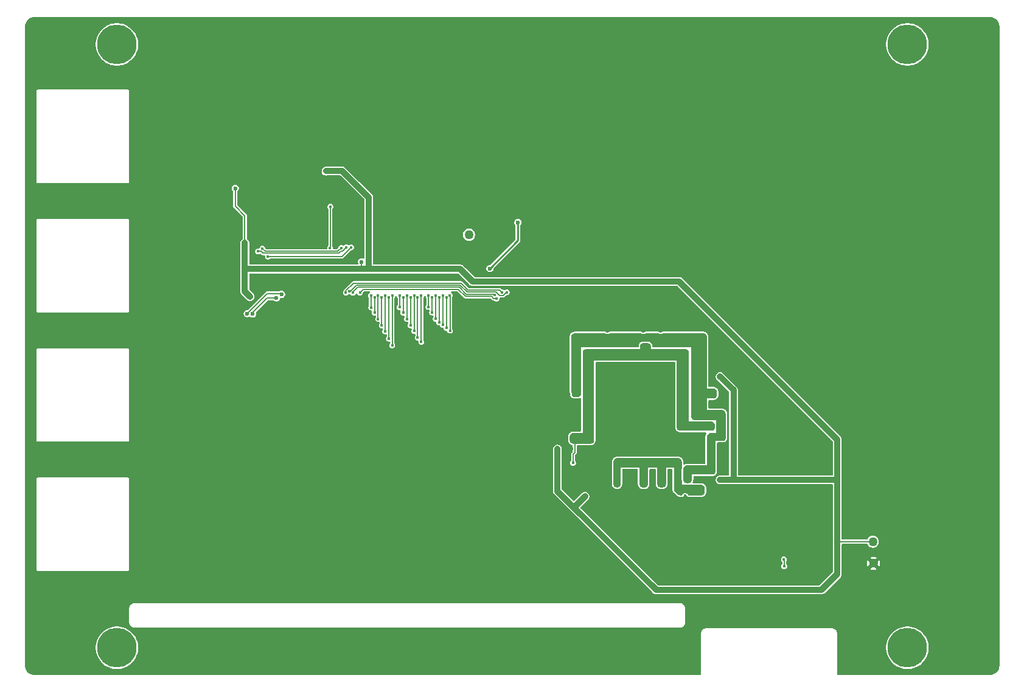
<source format=gtl>
%TF.GenerationSoftware,KiCad,Pcbnew,9.0.5-9.0.5~ubuntu24.04.1*%
%TF.CreationDate,2025-10-12T14:56:27+02:00*%
%TF.ProjectId,BB3plus DVID TFT display,42423370-6c75-4732-9044-564944205446,r1B1*%
%TF.SameCoordinates,Original*%
%TF.FileFunction,Copper,L1,Top*%
%TF.FilePolarity,Positive*%
%FSLAX46Y46*%
G04 Gerber Fmt 4.6, Leading zero omitted, Abs format (unit mm)*
G04 Created by KiCad (PCBNEW 9.0.5-9.0.5~ubuntu24.04.1) date 2025-10-12 14:56:27*
%MOMM*%
%LPD*%
G01*
G04 APERTURE LIST*
%TA.AperFunction,ComponentPad*%
%ADD10C,5.500000*%
%TD*%
%TA.AperFunction,ComponentPad*%
%ADD11C,1.270000*%
%TD*%
%TA.AperFunction,ViaPad*%
%ADD12C,0.400000*%
%TD*%
%TA.AperFunction,ViaPad*%
%ADD13C,0.600000*%
%TD*%
%TA.AperFunction,Conductor*%
%ADD14C,0.812800*%
%TD*%
%TA.AperFunction,Conductor*%
%ADD15C,0.152400*%
%TD*%
%TA.AperFunction,Conductor*%
%ADD16C,0.203200*%
%TD*%
%TA.AperFunction,Conductor*%
%ADD17C,0.254000*%
%TD*%
%TA.AperFunction,Conductor*%
%ADD18C,0.127000*%
%TD*%
G04 APERTURE END LIST*
D10*
X208000000Y-53500000D03*
X208000000Y-137500000D03*
X98000000Y-137500000D03*
X98000000Y-53500000D03*
D11*
X147000000Y-80000000D03*
X203270000Y-125760000D03*
X203190000Y-122740000D03*
D12*
X181470000Y-121530000D03*
X172630000Y-104915000D03*
X161290000Y-109790000D03*
X191390000Y-125740000D03*
X169830000Y-105645000D03*
X193350000Y-123650000D03*
D13*
X113680000Y-80510000D03*
D12*
X171230000Y-105625000D03*
X181470000Y-125230000D03*
X171960000Y-104165000D03*
X171500000Y-116330000D03*
X164780000Y-116310000D03*
D13*
X90760000Y-93790000D03*
D12*
X190350000Y-123650000D03*
X196360000Y-123650000D03*
X170530000Y-104905000D03*
X181470000Y-119920000D03*
D13*
X117570000Y-72230000D03*
D12*
X194840000Y-123650000D03*
X172630000Y-105640000D03*
X171260000Y-104155000D03*
X171230000Y-104900000D03*
X172660000Y-104170000D03*
D13*
X129530000Y-83860000D03*
D12*
X173740000Y-116340000D03*
X190190000Y-125450000D03*
D13*
X128630000Y-72490000D03*
X90760000Y-75850000D03*
D12*
X160910000Y-102210000D03*
X167730000Y-116330000D03*
X171260000Y-93440000D03*
D13*
X116900000Y-86500000D03*
X90760000Y-57840000D03*
X115430000Y-90060000D03*
D12*
X170530000Y-105630000D03*
D13*
X144740000Y-83250000D03*
D12*
X186870000Y-124560000D03*
X188850000Y-123650000D03*
X173650000Y-93420000D03*
D13*
X132350000Y-86130000D03*
X145350000Y-88228600D03*
D12*
X171930000Y-104910000D03*
X169830000Y-104920000D03*
D13*
X122020000Y-74910000D03*
D12*
X166250000Y-93440000D03*
X191840000Y-123650000D03*
D13*
X120870000Y-89400000D03*
D12*
X169860000Y-104175000D03*
D13*
X90760000Y-111850000D03*
D12*
X177090000Y-116350000D03*
X170560000Y-104160000D03*
X171930000Y-105635000D03*
D13*
X198240000Y-124250000D03*
D12*
X127090000Y-71140000D03*
X163140000Y-116430000D03*
D13*
X115800000Y-81130000D03*
D12*
X181930000Y-114120000D03*
X159300000Y-109840000D03*
X181930000Y-99750000D03*
D13*
X132040000Y-83770000D03*
X114460000Y-73530000D03*
X116520000Y-88610000D03*
X198240000Y-124950000D03*
X144780000Y-84780000D03*
X158410000Y-86520000D03*
D12*
X161290000Y-108610000D03*
X171900000Y-95500000D03*
X180600000Y-106300000D03*
X161480000Y-111780000D03*
X161290000Y-108020000D03*
X165700000Y-95300000D03*
X173670000Y-95000000D03*
X161900000Y-101600000D03*
X181160000Y-101800000D03*
X181150000Y-102300000D03*
X177690000Y-114230000D03*
X167750000Y-114750000D03*
X171260000Y-114780000D03*
X178900000Y-116040000D03*
X178910000Y-115530000D03*
X173780000Y-114790000D03*
X138350000Y-91730000D03*
X138350000Y-88470000D03*
X134850000Y-88750000D03*
X134850000Y-92630000D03*
X142850000Y-88740000D03*
X142850000Y-92210000D03*
X139350000Y-88460000D03*
X139360000Y-93420000D03*
X190860000Y-126150000D03*
X190812375Y-125202375D03*
X151566507Y-88037361D03*
X129850000Y-88070000D03*
X138840000Y-92620000D03*
X138840000Y-88750000D03*
X141340000Y-88460000D03*
X141340000Y-90050000D03*
X136340000Y-88450000D03*
X136311934Y-95408066D03*
X143860000Y-92960000D03*
X143850000Y-88720000D03*
X141860000Y-90840000D03*
X141860000Y-88740000D03*
X131820000Y-88070000D03*
X150820828Y-88888348D03*
X137340000Y-90100000D03*
X137315372Y-88469003D03*
X137840000Y-90870000D03*
X137840000Y-88750000D03*
X135340000Y-93460000D03*
X135340000Y-88460000D03*
X144350000Y-93350000D03*
X144340000Y-88430000D03*
X133850000Y-90870000D03*
X133850000Y-88760000D03*
X133350000Y-88460000D03*
X133390000Y-90120000D03*
X130350000Y-87880000D03*
X152260000Y-88008600D03*
X134350000Y-91740000D03*
X134350000Y-88470000D03*
X130850000Y-88060000D03*
X150558961Y-88415094D03*
X140350000Y-94940000D03*
X140350000Y-88440000D03*
X142350000Y-88460000D03*
X142360000Y-91710000D03*
X139850000Y-88730000D03*
X139850000Y-94320000D03*
X135850000Y-88760000D03*
X135850000Y-94460000D03*
X143350000Y-92570000D03*
X143360000Y-88440000D03*
X119010000Y-83030000D03*
X130620000Y-81740000D03*
D13*
X116140000Y-91000000D03*
X120900000Y-88300000D03*
X120200000Y-88800000D03*
X116894121Y-91005649D03*
D12*
X129210000Y-81830000D03*
X118250000Y-81910000D03*
X117650000Y-82320000D03*
X129940000Y-81770000D03*
D13*
X153800000Y-78300000D03*
X149900000Y-84700000D03*
D12*
X127700000Y-76100000D03*
X127660000Y-81821400D03*
D14*
X183800000Y-114120000D02*
X198220000Y-114120000D01*
X115800000Y-81130000D02*
X115800000Y-84800000D01*
X145780000Y-84780000D02*
X144780000Y-84780000D01*
X181930000Y-114120000D02*
X183800000Y-114120000D01*
D15*
X203190000Y-122740000D02*
X198240000Y-122740000D01*
D14*
X133050000Y-74830000D02*
X129350000Y-71130000D01*
X173060000Y-129450000D02*
X161590000Y-117980000D01*
X132100000Y-84780000D02*
X133050000Y-84780000D01*
X198240000Y-122740000D02*
X198240000Y-114140000D01*
X132100000Y-84780000D02*
X115820000Y-84780000D01*
D16*
X114460000Y-76000000D02*
X115800000Y-77340000D01*
D14*
X198220000Y-114120000D02*
X198240000Y-114140000D01*
X198240000Y-114140000D02*
X198240000Y-108500000D01*
X198240000Y-124950000D02*
X198240000Y-127240000D01*
X127100000Y-71130000D02*
X127090000Y-71140000D01*
D16*
X132040000Y-84720000D02*
X132100000Y-84780000D01*
D14*
X198240000Y-127240000D02*
X196030000Y-129450000D01*
X158410000Y-86520000D02*
X147520000Y-86520000D01*
X183800000Y-101620000D02*
X181930000Y-99750000D01*
D16*
X132040000Y-83770000D02*
X132040000Y-84720000D01*
D14*
X176260000Y-86520000D02*
X196895000Y-107155000D01*
X129350000Y-71130000D02*
X127100000Y-71130000D01*
X115800000Y-87890000D02*
X116520000Y-88610000D01*
X133050000Y-84780000D02*
X133050000Y-74830000D01*
X115800000Y-84800000D02*
X115800000Y-87890000D01*
X183800000Y-114120000D02*
X183800000Y-101620000D01*
D16*
X114460000Y-73530000D02*
X114460000Y-76000000D01*
D14*
X196030000Y-129450000D02*
X173060000Y-129450000D01*
X115820000Y-84780000D02*
X115800000Y-84800000D01*
X159300000Y-115690000D02*
X159300000Y-109840000D01*
X198240000Y-108500000D02*
X196895000Y-107155000D01*
X133050000Y-84780000D02*
X144780000Y-84780000D01*
X158410000Y-86520000D02*
X176260000Y-86520000D01*
D16*
X115800000Y-77340000D02*
X115800000Y-81130000D01*
D14*
X198240000Y-124250000D02*
X198240000Y-122740000D01*
X163140000Y-116430000D02*
X161590000Y-117980000D01*
X198240000Y-124950000D02*
X198240000Y-124250000D01*
X147520000Y-86520000D02*
X145780000Y-84780000D01*
X161590000Y-117980000D02*
X159300000Y-115690000D01*
D15*
X161710000Y-109030000D02*
X161290000Y-108610000D01*
X161710000Y-110350000D02*
X161480000Y-110580000D01*
X161710000Y-110350000D02*
X161710000Y-109030000D01*
X161480000Y-110580000D02*
X161480000Y-111780000D01*
D17*
X178910000Y-115530000D02*
X178900000Y-115540000D01*
X178900000Y-115580000D02*
X178910000Y-115570000D01*
X178900000Y-115540000D02*
X178900000Y-115580000D01*
X178900000Y-115580000D02*
X178900000Y-115600000D01*
D15*
X138350000Y-91730000D02*
X138350000Y-88470000D01*
X134850000Y-88750000D02*
X134850000Y-92630000D01*
X142850000Y-92210000D02*
X142850000Y-88740000D01*
X139360000Y-88470000D02*
X139350000Y-88460000D01*
X139360000Y-93420000D02*
X139360000Y-88470000D01*
D18*
X190812375Y-125202375D02*
X190860000Y-125250000D01*
X190860000Y-125250000D02*
X190860000Y-126150000D01*
D15*
X130920000Y-86740000D02*
X145890000Y-86740000D01*
X129850000Y-87810000D02*
X130920000Y-86740000D01*
X145890000Y-86740000D02*
X146861200Y-87711200D01*
X146861200Y-87711200D02*
X151240346Y-87711200D01*
X151240346Y-87711200D02*
X151566507Y-88037361D01*
X129850000Y-88070000D02*
X129850000Y-87810000D01*
X138840000Y-92620000D02*
X138840000Y-88750000D01*
X141340000Y-90050000D02*
X141340000Y-88460000D01*
X136340000Y-95380000D02*
X136311934Y-95408066D01*
X136340000Y-88450000D02*
X136340000Y-95380000D01*
X143850000Y-92950000D02*
X143850000Y-88720000D01*
X143860000Y-92960000D02*
X143850000Y-92950000D01*
X141860000Y-90840000D02*
X141860000Y-88740000D01*
X150426083Y-88888348D02*
X150820828Y-88888348D01*
X146504868Y-88570000D02*
X150107735Y-88570000D01*
X131820000Y-88070000D02*
X132311200Y-87578800D01*
X145513668Y-87578800D02*
X146504868Y-88570000D01*
X150107735Y-88570000D02*
X150426083Y-88888348D01*
X132311200Y-87578800D02*
X145513668Y-87578800D01*
X137339003Y-88469003D02*
X137315372Y-88469003D01*
X137340000Y-90100000D02*
X137340000Y-88470000D01*
X137340000Y-88470000D02*
X137339003Y-88469003D01*
X137840000Y-90870000D02*
X137840000Y-88750000D01*
X135340000Y-93460000D02*
X135340000Y-88460000D01*
X144350000Y-93350000D02*
X144350000Y-88440000D01*
X144350000Y-88440000D02*
X144340000Y-88430000D01*
X133850000Y-88760000D02*
X133850000Y-90870000D01*
X133390000Y-90120000D02*
X133345949Y-90075949D01*
X133345949Y-90075949D02*
X133345949Y-88464051D01*
X133345949Y-88464051D02*
X133350000Y-88460000D01*
X152201400Y-88008600D02*
X152260000Y-88008600D01*
X150740600Y-87990600D02*
X151200000Y-88450000D01*
X151200000Y-88450000D02*
X151760000Y-88450000D01*
X151760000Y-88450000D02*
X152201400Y-88008600D01*
X146745469Y-87990600D02*
X150740600Y-87990600D01*
X145774868Y-87020000D02*
X146745469Y-87990600D01*
X131320000Y-87020000D02*
X145774868Y-87020000D01*
X130460000Y-87880000D02*
X131320000Y-87020000D01*
X130350000Y-87880000D02*
X130460000Y-87880000D01*
X134350000Y-88470000D02*
X134350000Y-91740000D01*
X145639400Y-87299400D02*
X146610000Y-88270000D01*
X146610000Y-88270000D02*
X150413867Y-88270000D01*
X130850000Y-87990000D02*
X131540600Y-87299400D01*
X130850000Y-88060000D02*
X130850000Y-87990000D01*
X131540600Y-87299400D02*
X145639400Y-87299400D01*
X150413867Y-88270000D02*
X150558961Y-88415094D01*
X140350000Y-88440000D02*
X140350000Y-94940000D01*
X142360000Y-91710000D02*
X142360000Y-88470000D01*
X142360000Y-88470000D02*
X142350000Y-88460000D01*
X139850000Y-88730000D02*
X139850000Y-94320000D01*
X135850000Y-94460000D02*
X135850000Y-88760000D01*
X143350000Y-88450000D02*
X143360000Y-88440000D01*
X143350000Y-92570000D02*
X143350000Y-88450000D01*
X129330000Y-83030000D02*
X119010000Y-83030000D01*
X130620000Y-81740000D02*
X129330000Y-83030000D01*
D16*
X118905463Y-88200000D02*
X120800000Y-88200000D01*
X120800000Y-88200000D02*
X120900000Y-88300000D01*
X116140000Y-91000000D02*
X116140000Y-90965463D01*
X116140000Y-90965463D02*
X118905463Y-88200000D01*
X116894121Y-91005649D02*
X116894121Y-90805879D01*
X118900000Y-88800000D02*
X120200000Y-88800000D01*
X116894121Y-90805879D02*
X118900000Y-88800000D01*
D15*
X118630000Y-82290000D02*
X118250000Y-81910000D01*
X129210000Y-81830000D02*
X128750000Y-82290000D01*
X128750000Y-82290000D02*
X118630000Y-82290000D01*
X118053868Y-82320000D02*
X117650000Y-82320000D01*
X129390000Y-82320000D02*
X129115132Y-82320000D01*
X118303268Y-82569400D02*
X118053868Y-82320000D01*
X128865731Y-82569400D02*
X118303268Y-82569400D01*
X129115132Y-82320000D02*
X128865731Y-82569400D01*
X129940000Y-81770000D02*
X129390000Y-82320000D01*
D17*
X149900000Y-84700000D02*
X153800000Y-80800000D01*
X153800000Y-80800000D02*
X153800000Y-78300000D01*
D15*
X127700000Y-76100000D02*
X127700000Y-81781400D01*
X127700000Y-81781400D02*
X127660000Y-81821400D01*
%TA.AperFunction,Conductor*%
G36*
X182000000Y-108700000D02*
G01*
X181300000Y-108700000D01*
X181300000Y-112885408D01*
X181299139Y-112898540D01*
X181284418Y-113010349D01*
X181277621Y-113035715D01*
X181237009Y-113133762D01*
X181223879Y-113156505D01*
X181159273Y-113240702D01*
X181140702Y-113259273D01*
X181056505Y-113323879D01*
X181033762Y-113337009D01*
X180935715Y-113377621D01*
X180910349Y-113384418D01*
X180817481Y-113396645D01*
X180798538Y-113399139D01*
X180785409Y-113400000D01*
X178000000Y-113400000D01*
X178000000Y-114085408D01*
X177999139Y-114098539D01*
X177999139Y-114098540D01*
X177984418Y-114210349D01*
X177977621Y-114235715D01*
X177937009Y-114333762D01*
X177923879Y-114356505D01*
X177859273Y-114440702D01*
X177840702Y-114459273D01*
X177756505Y-114523879D01*
X177733762Y-114537009D01*
X177635715Y-114577621D01*
X177610349Y-114584418D01*
X177517481Y-114596645D01*
X177498538Y-114599139D01*
X177485409Y-114600000D01*
X177314591Y-114600000D01*
X177301461Y-114599139D01*
X177279344Y-114596227D01*
X177189650Y-114584418D01*
X177164284Y-114577621D01*
X177066237Y-114537009D01*
X177043494Y-114523879D01*
X177010700Y-114498716D01*
X176959294Y-114459270D01*
X176940729Y-114440705D01*
X176876120Y-114356505D01*
X176862990Y-114333762D01*
X176822378Y-114235715D01*
X176815581Y-114210348D01*
X176800861Y-114098539D01*
X176800000Y-114085408D01*
X176800000Y-112614591D01*
X176800861Y-112601460D01*
X176815581Y-112489651D01*
X176822378Y-112464284D01*
X176862990Y-112366237D01*
X176876118Y-112343497D01*
X176940733Y-112259289D01*
X176959289Y-112240733D01*
X177043497Y-112176118D01*
X177066235Y-112162991D01*
X177164285Y-112122377D01*
X177189649Y-112115581D01*
X177301460Y-112100860D01*
X177314591Y-112100000D01*
X180100000Y-112100000D01*
X180100000Y-108114591D01*
X180100861Y-108101460D01*
X180115581Y-107989651D01*
X180122378Y-107964284D01*
X180162990Y-107866237D01*
X180176118Y-107843497D01*
X180240733Y-107759289D01*
X180259289Y-107740733D01*
X180343497Y-107676118D01*
X180366235Y-107662991D01*
X180464285Y-107622377D01*
X180489649Y-107615581D01*
X180601460Y-107600860D01*
X180614591Y-107600000D01*
X181400000Y-107600000D01*
X182000000Y-107600000D01*
X182000000Y-108700000D01*
G37*
%TD.AperFunction*%
%TA.AperFunction,Conductor*%
G36*
X176098539Y-111100860D02*
G01*
X176210348Y-111115581D01*
X176235715Y-111122378D01*
X176333762Y-111162990D01*
X176356505Y-111176120D01*
X176440705Y-111240729D01*
X176459270Y-111259294D01*
X176498716Y-111310700D01*
X176523879Y-111343494D01*
X176537009Y-111366237D01*
X176577621Y-111464284D01*
X176584418Y-111489650D01*
X176599139Y-111601459D01*
X176600000Y-111614591D01*
X176600000Y-112521642D01*
X176599139Y-112534773D01*
X176593945Y-112574220D01*
X176592609Y-112587782D01*
X176591746Y-112600951D01*
X176591300Y-112614589D01*
X176591300Y-114085409D01*
X176591746Y-114099047D01*
X176592610Y-114112220D01*
X176593944Y-114125772D01*
X176599139Y-114165223D01*
X176600000Y-114178355D01*
X176600000Y-114800000D01*
X177221651Y-114800000D01*
X177234783Y-114800861D01*
X177274209Y-114806052D01*
X177274218Y-114806052D01*
X177274219Y-114806053D01*
X177287805Y-114807392D01*
X177300935Y-114808253D01*
X177312640Y-114808636D01*
X177314589Y-114808700D01*
X177314591Y-114808700D01*
X177485412Y-114808700D01*
X177487819Y-114808621D01*
X177499066Y-114808253D01*
X177512195Y-114807392D01*
X177525780Y-114806053D01*
X177525783Y-114806052D01*
X177525789Y-114806052D01*
X177565215Y-114800861D01*
X177578348Y-114800000D01*
X178100000Y-114800000D01*
X179285409Y-114800000D01*
X179298539Y-114800860D01*
X179410348Y-114815581D01*
X179435715Y-114822378D01*
X179533762Y-114862990D01*
X179556505Y-114876120D01*
X179640705Y-114940729D01*
X179659270Y-114959294D01*
X179698716Y-115010700D01*
X179723879Y-115043494D01*
X179737009Y-115066237D01*
X179777621Y-115164284D01*
X179784418Y-115189650D01*
X179799139Y-115301459D01*
X179800000Y-115314591D01*
X179800000Y-115785408D01*
X179799139Y-115798540D01*
X179784418Y-115910349D01*
X179777621Y-115935715D01*
X179737009Y-116033762D01*
X179723879Y-116056505D01*
X179659273Y-116140702D01*
X179640702Y-116159273D01*
X179556505Y-116223879D01*
X179533762Y-116237009D01*
X179435715Y-116277621D01*
X179410349Y-116284418D01*
X179317481Y-116296645D01*
X179298538Y-116299139D01*
X179285409Y-116300000D01*
X177571737Y-116300000D01*
X177512606Y-116280787D01*
X177476061Y-116230487D01*
X177474570Y-116225457D01*
X177466189Y-116194177D01*
X177460415Y-116184177D01*
X177413040Y-116102121D01*
X177337878Y-116026959D01*
X177337879Y-116026959D01*
X177245824Y-115973811D01*
X177245820Y-115973809D01*
X177143153Y-115946300D01*
X177143148Y-115946300D01*
X177036852Y-115946300D01*
X177036846Y-115946300D01*
X176934179Y-115973809D01*
X176934175Y-115973811D01*
X176842121Y-116026959D01*
X176766959Y-116102121D01*
X176713811Y-116194175D01*
X176709913Y-116208721D01*
X176705434Y-116225437D01*
X176703939Y-116227741D01*
X176703939Y-116230487D01*
X176687146Y-116253599D01*
X176671574Y-116277580D01*
X176669008Y-116278564D01*
X176667394Y-116280787D01*
X176640215Y-116289617D01*
X176613530Y-116299862D01*
X176608263Y-116300000D01*
X176600000Y-116300000D01*
X176406591Y-116300000D01*
X176393460Y-116299139D01*
X176288163Y-116285276D01*
X176262796Y-116278479D01*
X176170815Y-116240379D01*
X176148072Y-116227248D01*
X176063809Y-116162591D01*
X176053915Y-116153915D01*
X175653452Y-115753452D01*
X175644776Y-115743558D01*
X175576121Y-115654085D01*
X175562990Y-115631342D01*
X175522378Y-115533295D01*
X175515581Y-115507928D01*
X175500861Y-115396119D01*
X175500000Y-115382988D01*
X175500000Y-112400000D01*
X174992000Y-112400000D01*
X174908000Y-112400000D01*
X174400000Y-112400000D01*
X174400000Y-114685408D01*
X174399139Y-114698539D01*
X174399139Y-114698540D01*
X174384418Y-114810349D01*
X174377621Y-114835715D01*
X174337009Y-114933762D01*
X174323879Y-114956505D01*
X174259273Y-115040702D01*
X174240702Y-115059273D01*
X174156505Y-115123879D01*
X174133762Y-115137009D01*
X174035715Y-115177621D01*
X174010349Y-115184418D01*
X173917481Y-115196645D01*
X173898538Y-115199139D01*
X173885409Y-115200000D01*
X173714591Y-115200000D01*
X173701461Y-115199139D01*
X173679344Y-115196227D01*
X173589650Y-115184418D01*
X173564284Y-115177621D01*
X173466237Y-115137009D01*
X173443494Y-115123879D01*
X173368373Y-115066237D01*
X173359294Y-115059270D01*
X173340729Y-115040705D01*
X173276120Y-114956505D01*
X173262990Y-114933762D01*
X173222378Y-114835715D01*
X173215581Y-114810348D01*
X173215015Y-114806052D01*
X173200861Y-114698539D01*
X173200000Y-114685408D01*
X173200000Y-112400000D01*
X172692000Y-112400000D01*
X172408000Y-112400000D01*
X171900000Y-112400000D01*
X171900000Y-114685408D01*
X171899139Y-114698539D01*
X171899139Y-114698540D01*
X171884418Y-114810349D01*
X171877621Y-114835715D01*
X171837009Y-114933762D01*
X171823879Y-114956505D01*
X171759273Y-115040702D01*
X171740702Y-115059273D01*
X171656505Y-115123879D01*
X171633762Y-115137009D01*
X171535715Y-115177621D01*
X171510349Y-115184418D01*
X171417481Y-115196645D01*
X171398538Y-115199139D01*
X171385409Y-115200000D01*
X171214591Y-115200000D01*
X171201461Y-115199139D01*
X171179344Y-115196227D01*
X171089650Y-115184418D01*
X171064284Y-115177621D01*
X170966237Y-115137009D01*
X170943494Y-115123879D01*
X170868373Y-115066237D01*
X170859294Y-115059270D01*
X170840729Y-115040705D01*
X170776120Y-114956505D01*
X170762990Y-114933762D01*
X170722378Y-114835715D01*
X170715581Y-114810348D01*
X170715015Y-114806052D01*
X170700861Y-114698539D01*
X170700000Y-114685408D01*
X170700000Y-112400000D01*
X170192000Y-112400000D01*
X168608000Y-112400000D01*
X168100000Y-112400000D01*
X168100000Y-114693409D01*
X168099139Y-114706540D01*
X168099139Y-114706541D01*
X168084691Y-114816279D01*
X168077894Y-114841645D01*
X168038081Y-114937762D01*
X168024950Y-114960505D01*
X167961615Y-115043045D01*
X167943045Y-115061615D01*
X167860505Y-115124950D01*
X167837762Y-115138081D01*
X167741645Y-115177894D01*
X167716278Y-115184691D01*
X167613131Y-115198271D01*
X167586869Y-115198271D01*
X167483721Y-115184691D01*
X167458354Y-115177894D01*
X167362237Y-115138081D01*
X167339494Y-115124950D01*
X167256954Y-115061615D01*
X167238384Y-115043045D01*
X167175049Y-114960505D01*
X167161918Y-114937762D01*
X167122105Y-114841645D01*
X167115308Y-114816278D01*
X167114527Y-114810349D01*
X167100861Y-114706540D01*
X167100000Y-114693409D01*
X167100000Y-111614591D01*
X167100861Y-111601460D01*
X167115581Y-111489651D01*
X167122378Y-111464284D01*
X167162990Y-111366237D01*
X167176118Y-111343497D01*
X167240733Y-111259289D01*
X167259289Y-111240733D01*
X167343497Y-111176118D01*
X167366235Y-111162991D01*
X167464285Y-111122377D01*
X167489649Y-111115581D01*
X167601460Y-111100860D01*
X167614591Y-111100000D01*
X176085409Y-111100000D01*
X176098539Y-111100860D01*
G37*
%TD.AperFunction*%
%TA.AperFunction,Conductor*%
G36*
X171907810Y-95101236D02*
G01*
X172007873Y-95117085D01*
X172037801Y-95126810D01*
X172120916Y-95169159D01*
X172146380Y-95187659D01*
X172212340Y-95253619D01*
X172230840Y-95279083D01*
X172273189Y-95362198D01*
X172282915Y-95392131D01*
X172298761Y-95492176D01*
X172300000Y-95507914D01*
X172300000Y-95900000D01*
X177085409Y-95900000D01*
X177098539Y-95900860D01*
X177210348Y-95915581D01*
X177235715Y-95922378D01*
X177333762Y-95962990D01*
X177356505Y-95976120D01*
X177440705Y-96040729D01*
X177459270Y-96059294D01*
X177498716Y-96110700D01*
X177523879Y-96143494D01*
X177537009Y-96166237D01*
X177577621Y-96264284D01*
X177584418Y-96289650D01*
X177599139Y-96401459D01*
X177600000Y-96414591D01*
X177600000Y-106000000D01*
X180685409Y-106000000D01*
X180698539Y-106000860D01*
X180810348Y-106015581D01*
X180835715Y-106022378D01*
X180933762Y-106062990D01*
X180956505Y-106076120D01*
X181040705Y-106140729D01*
X181059270Y-106159294D01*
X181098716Y-106210700D01*
X181123879Y-106243494D01*
X181137009Y-106266237D01*
X181177621Y-106364284D01*
X181184418Y-106389650D01*
X181199139Y-106501459D01*
X181200000Y-106514591D01*
X181200000Y-106785408D01*
X181199139Y-106798540D01*
X181184418Y-106910349D01*
X181177621Y-106935715D01*
X181137009Y-107033762D01*
X181123879Y-107056505D01*
X181059273Y-107140702D01*
X181040702Y-107159273D01*
X180956505Y-107223879D01*
X180933762Y-107237009D01*
X180835715Y-107277621D01*
X180810349Y-107284418D01*
X180717481Y-107296645D01*
X180698538Y-107299139D01*
X180685409Y-107300000D01*
X176414591Y-107300000D01*
X176401461Y-107299139D01*
X176379344Y-107296227D01*
X176289650Y-107284418D01*
X176264284Y-107277621D01*
X176166237Y-107237009D01*
X176143494Y-107223879D01*
X176110700Y-107198716D01*
X176059294Y-107159270D01*
X176040729Y-107140705D01*
X175976120Y-107056505D01*
X175962990Y-107033762D01*
X175922378Y-106935715D01*
X175915581Y-106910348D01*
X175900861Y-106798539D01*
X175900000Y-106785408D01*
X175900000Y-97500000D01*
X175392000Y-97500000D01*
X164908000Y-97500000D01*
X164400000Y-97500000D01*
X164400000Y-108585408D01*
X164399139Y-108598539D01*
X164399139Y-108598540D01*
X164384418Y-108710349D01*
X164377621Y-108735715D01*
X164337009Y-108833762D01*
X164323879Y-108856505D01*
X164259273Y-108940702D01*
X164240702Y-108959273D01*
X164156505Y-109023879D01*
X164133762Y-109037009D01*
X164035715Y-109077621D01*
X164010349Y-109084418D01*
X163917481Y-109096645D01*
X163898538Y-109099139D01*
X163885409Y-109100000D01*
X161514591Y-109100000D01*
X161501461Y-109099139D01*
X161479344Y-109096227D01*
X161389650Y-109084418D01*
X161364284Y-109077621D01*
X161266237Y-109037009D01*
X161243494Y-109023879D01*
X161210700Y-108998716D01*
X161159294Y-108959270D01*
X161140729Y-108940705D01*
X161076120Y-108856505D01*
X161062990Y-108833762D01*
X161022378Y-108735715D01*
X161015581Y-108710348D01*
X161000861Y-108598539D01*
X161000000Y-108585408D01*
X161000000Y-108114591D01*
X161000861Y-108101460D01*
X161015581Y-107989651D01*
X161022378Y-107964284D01*
X161062990Y-107866237D01*
X161076118Y-107843497D01*
X161140733Y-107759289D01*
X161159289Y-107740733D01*
X161243497Y-107676118D01*
X161266235Y-107662991D01*
X161364285Y-107622377D01*
X161389649Y-107615581D01*
X161501460Y-107600860D01*
X161514591Y-107600000D01*
X162800000Y-107600000D01*
X162800000Y-96414591D01*
X162800861Y-96401460D01*
X162815581Y-96289651D01*
X162815581Y-96289650D01*
X162822378Y-96264284D01*
X162862990Y-96166237D01*
X162876118Y-96143497D01*
X162940733Y-96059289D01*
X162959289Y-96040733D01*
X163043497Y-95976118D01*
X163066235Y-95962991D01*
X163164285Y-95922377D01*
X163189649Y-95915581D01*
X163301460Y-95900860D01*
X163314591Y-95900000D01*
X170800000Y-95900000D01*
X170800000Y-95507914D01*
X170801236Y-95492189D01*
X170817085Y-95392124D01*
X170826810Y-95362198D01*
X170869159Y-95279083D01*
X170887656Y-95253622D01*
X170953622Y-95187656D01*
X170979083Y-95169159D01*
X171062198Y-95126810D01*
X171092124Y-95117085D01*
X171192189Y-95101236D01*
X171207914Y-95100000D01*
X171892086Y-95100000D01*
X171907810Y-95101236D01*
G37*
%TD.AperFunction*%
%TA.AperFunction,Conductor*%
G36*
X179600166Y-93701131D02*
G01*
X179707021Y-93715196D01*
X179738793Y-93723709D01*
X179830665Y-93761761D01*
X179859152Y-93778207D01*
X179938043Y-93838740D01*
X179961302Y-93861999D01*
X180021839Y-93940890D01*
X180038286Y-93969376D01*
X180076341Y-94061246D01*
X180084855Y-94093018D01*
X180098922Y-94199865D01*
X180100000Y-94216312D01*
X180100000Y-101400000D01*
X180983741Y-101400000D01*
X181000187Y-101401078D01*
X181018703Y-101403515D01*
X181107037Y-101415145D01*
X181138799Y-101423655D01*
X181230679Y-101461713D01*
X181259158Y-101478156D01*
X181338053Y-101538694D01*
X181361305Y-101561946D01*
X181421841Y-101640837D01*
X181438288Y-101669323D01*
X181476342Y-101761194D01*
X181484855Y-101792965D01*
X181498922Y-101899811D01*
X181500000Y-101916258D01*
X181500000Y-102283741D01*
X181498922Y-102300188D01*
X181484855Y-102407034D01*
X181476342Y-102438805D01*
X181438288Y-102530676D01*
X181421841Y-102559162D01*
X181361308Y-102638050D01*
X181338050Y-102661308D01*
X181259162Y-102721841D01*
X181230676Y-102738288D01*
X181138805Y-102776342D01*
X181107034Y-102784855D01*
X181000188Y-102798922D01*
X180983741Y-102800000D01*
X180100000Y-102800000D01*
X180100000Y-104400000D01*
X182183741Y-104400000D01*
X182200187Y-104401078D01*
X182218703Y-104403515D01*
X182307037Y-104415145D01*
X182338799Y-104423655D01*
X182430679Y-104461713D01*
X182459158Y-104478156D01*
X182538053Y-104538694D01*
X182561305Y-104561946D01*
X182621841Y-104640837D01*
X182638288Y-104669323D01*
X182676342Y-104761194D01*
X182684855Y-104792965D01*
X182698922Y-104899811D01*
X182700000Y-104916258D01*
X182700000Y-108340082D01*
X182698449Y-108359794D01*
X182685991Y-108438446D01*
X182673809Y-108475937D01*
X182642214Y-108537946D01*
X182619042Y-108569838D01*
X182569838Y-108619042D01*
X182537946Y-108642214D01*
X182475937Y-108673809D01*
X182438446Y-108685991D01*
X182385868Y-108694319D01*
X182359790Y-108698449D01*
X182340083Y-108700000D01*
X182000000Y-108700000D01*
X182000000Y-107600000D01*
X181400000Y-107600000D01*
X181400000Y-106880016D01*
X181401078Y-106863568D01*
X181406053Y-106825783D01*
X181407392Y-106812194D01*
X181408253Y-106799062D01*
X181408700Y-106785408D01*
X181408700Y-106514591D01*
X181408253Y-106500937D01*
X181407392Y-106487805D01*
X181406053Y-106474216D01*
X181401077Y-106436429D01*
X181400000Y-106419982D01*
X181400000Y-105800000D01*
X180892000Y-105800000D01*
X180780023Y-105800000D01*
X180763576Y-105798922D01*
X180725783Y-105793946D01*
X180712178Y-105792605D01*
X180702596Y-105791978D01*
X180699049Y-105791746D01*
X180685409Y-105791300D01*
X180685396Y-105791300D01*
X178350177Y-105791300D01*
X178333730Y-105790222D01*
X178292965Y-105784855D01*
X178261194Y-105776342D01*
X178169323Y-105738288D01*
X178140839Y-105721842D01*
X178061946Y-105661305D01*
X178038694Y-105638053D01*
X177978156Y-105559158D01*
X177961713Y-105530679D01*
X177923655Y-105438799D01*
X177915145Y-105407037D01*
X177901078Y-105300187D01*
X177900000Y-105283741D01*
X177900000Y-95700000D01*
X177392000Y-95700000D01*
X177180023Y-95700000D01*
X177163576Y-95698922D01*
X177125783Y-95693946D01*
X177112178Y-95692605D01*
X177102596Y-95691978D01*
X177099049Y-95691746D01*
X177085409Y-95691300D01*
X177085396Y-95691300D01*
X172634700Y-95691300D01*
X172566579Y-95671298D01*
X172520086Y-95617642D01*
X172508700Y-95565300D01*
X172508700Y-95507916D01*
X172508056Y-95491528D01*
X172506820Y-95475838D01*
X172506817Y-95475796D01*
X172504891Y-95459527D01*
X172489045Y-95359482D01*
X172481400Y-95327638D01*
X172471674Y-95297705D01*
X172465903Y-95283775D01*
X172459146Y-95267459D01*
X172459145Y-95267456D01*
X172416793Y-95184336D01*
X172399695Y-95156433D01*
X172399684Y-95156415D01*
X172399679Y-95156408D01*
X172399672Y-95156397D01*
X172381196Y-95130966D01*
X172381182Y-95130949D01*
X172359929Y-95106065D01*
X172359913Y-95106046D01*
X172359903Y-95106036D01*
X172359891Y-95106023D01*
X172293975Y-95040107D01*
X172293962Y-95040095D01*
X172293953Y-95040086D01*
X172269048Y-95018815D01*
X172269046Y-95018813D01*
X172269032Y-95018802D01*
X172243601Y-95000326D01*
X172243579Y-95000312D01*
X172243572Y-95000308D01*
X172240119Y-94998191D01*
X172215667Y-94983208D01*
X172132550Y-94940858D01*
X172132548Y-94940857D01*
X172102298Y-94928326D01*
X172072370Y-94918601D01*
X172072361Y-94918598D01*
X172072356Y-94918597D01*
X172040526Y-94910956D01*
X172040527Y-94910956D01*
X172040522Y-94910955D01*
X172040519Y-94910954D01*
X172040512Y-94910953D01*
X171940447Y-94895104D01*
X171924159Y-94893177D01*
X171908451Y-94891942D01*
X171892086Y-94891300D01*
X171207914Y-94891300D01*
X171191549Y-94891942D01*
X171175838Y-94893177D01*
X171159551Y-94895104D01*
X171059489Y-94910952D01*
X171059471Y-94910956D01*
X171027618Y-94918602D01*
X170997703Y-94928324D01*
X170967444Y-94940860D01*
X170884331Y-94983208D01*
X170856433Y-95000302D01*
X170856424Y-95000308D01*
X170830959Y-95018807D01*
X170830943Y-95018820D01*
X170806065Y-95040068D01*
X170806027Y-95040103D01*
X170740103Y-95106027D01*
X170740068Y-95106065D01*
X170718820Y-95130943D01*
X170718807Y-95130959D01*
X170700308Y-95156424D01*
X170700302Y-95156433D01*
X170683208Y-95184331D01*
X170640860Y-95267444D01*
X170628324Y-95297703D01*
X170618602Y-95327618D01*
X170610956Y-95359471D01*
X170610952Y-95359489D01*
X170595104Y-95459551D01*
X170593177Y-95475838D01*
X170591942Y-95491549D01*
X170591300Y-95507914D01*
X170591300Y-95565300D01*
X170571298Y-95633421D01*
X170517642Y-95679914D01*
X170465300Y-95691300D01*
X163314591Y-95691300D01*
X163300952Y-95691746D01*
X163299139Y-95691864D01*
X163287822Y-95692605D01*
X163274216Y-95693946D01*
X163236424Y-95698922D01*
X163219977Y-95700000D01*
X162600000Y-95700000D01*
X162600000Y-96319976D01*
X162598922Y-96336422D01*
X162593945Y-96374227D01*
X162592609Y-96387790D01*
X162591747Y-96400926D01*
X162591300Y-96414605D01*
X162591300Y-102149823D01*
X162590222Y-102166271D01*
X162584855Y-102207034D01*
X162576342Y-102238803D01*
X162538288Y-102330675D01*
X162521841Y-102359162D01*
X162461308Y-102438050D01*
X162438050Y-102461308D01*
X162359162Y-102521841D01*
X162330676Y-102538288D01*
X162238805Y-102576342D01*
X162207034Y-102584855D01*
X162100188Y-102598922D01*
X162083741Y-102600000D01*
X161716259Y-102600000D01*
X161699812Y-102598922D01*
X161592965Y-102584855D01*
X161561194Y-102576342D01*
X161469323Y-102538288D01*
X161440839Y-102521842D01*
X161361946Y-102461305D01*
X161338694Y-102438053D01*
X161323256Y-102417933D01*
X161297658Y-102351716D01*
X161301514Y-102308625D01*
X161313700Y-102263148D01*
X161313700Y-102156852D01*
X161286189Y-102054177D01*
X161286187Y-102054174D01*
X161286187Y-102054172D01*
X161233043Y-101962125D01*
X161228013Y-101955570D01*
X161230271Y-101953837D01*
X161202879Y-101903673D01*
X161200000Y-101876890D01*
X161200000Y-94216871D01*
X161201078Y-94200426D01*
X161201785Y-94195048D01*
X161215144Y-94093576D01*
X161223652Y-94061823D01*
X161261712Y-93969932D01*
X161278144Y-93941471D01*
X161338693Y-93862559D01*
X161361940Y-93839313D01*
X161440834Y-93778775D01*
X161469312Y-93762332D01*
X161561184Y-93724274D01*
X161592944Y-93715762D01*
X161699810Y-93701690D01*
X161716232Y-93700613D01*
X165887373Y-93700483D01*
X165955490Y-93720482D01*
X165976464Y-93737383D01*
X166002122Y-93763041D01*
X166002123Y-93763042D01*
X166002125Y-93763043D01*
X166094172Y-93816187D01*
X166094174Y-93816187D01*
X166094177Y-93816189D01*
X166196852Y-93843700D01*
X166196853Y-93843700D01*
X166303146Y-93843700D01*
X166303148Y-93843700D01*
X166405823Y-93816189D01*
X166405826Y-93816187D01*
X166405827Y-93816187D01*
X166470626Y-93778775D01*
X166497878Y-93763041D01*
X166523554Y-93737364D01*
X166585864Y-93703340D01*
X166612639Y-93700460D01*
X170688913Y-93700333D01*
X170897216Y-93700326D01*
X170965333Y-93720324D01*
X170986307Y-93737226D01*
X171012122Y-93763041D01*
X171012123Y-93763042D01*
X171012125Y-93763043D01*
X171104172Y-93816187D01*
X171104174Y-93816187D01*
X171104177Y-93816189D01*
X171206852Y-93843700D01*
X171206853Y-93843700D01*
X171313146Y-93843700D01*
X171313148Y-93843700D01*
X171415823Y-93816189D01*
X171415826Y-93816187D01*
X171415827Y-93816187D01*
X171480626Y-93778775D01*
X171507878Y-93763041D01*
X171533711Y-93737207D01*
X171596021Y-93703183D01*
X171622794Y-93700303D01*
X173307140Y-93700251D01*
X173375257Y-93720250D01*
X173396235Y-93737155D01*
X173402115Y-93743035D01*
X173402120Y-93743039D01*
X173402122Y-93743041D01*
X173402123Y-93743042D01*
X173402125Y-93743043D01*
X173494172Y-93796187D01*
X173494174Y-93796187D01*
X173494177Y-93796189D01*
X173596852Y-93823700D01*
X173596853Y-93823700D01*
X173703146Y-93823700D01*
X173703148Y-93823700D01*
X173805823Y-93796189D01*
X173805826Y-93796187D01*
X173805827Y-93796187D01*
X173851850Y-93769615D01*
X173897878Y-93743041D01*
X173903783Y-93737135D01*
X173966092Y-93703110D01*
X173992868Y-93700229D01*
X179583724Y-93700055D01*
X179600166Y-93701131D01*
G37*
%TD.AperFunction*%
%TA.AperFunction,Conductor*%
G36*
X219448139Y-49700502D02*
G01*
X219460154Y-49700502D01*
X219495109Y-49700502D01*
X219504953Y-49700890D01*
X219693448Y-49715729D01*
X219712957Y-49718819D01*
X219891920Y-49761787D01*
X219891962Y-49761797D01*
X219910764Y-49767906D01*
X220080845Y-49838356D01*
X220098457Y-49847330D01*
X220255422Y-49943517D01*
X220271410Y-49955133D01*
X220298569Y-49978328D01*
X220411394Y-50074687D01*
X220425374Y-50088666D01*
X220544932Y-50228643D01*
X220556553Y-50244637D01*
X220652745Y-50401596D01*
X220661717Y-50419203D01*
X220661722Y-50419212D01*
X220732176Y-50589284D01*
X220738286Y-50608086D01*
X220781269Y-50787081D01*
X220784363Y-50806608D01*
X220799111Y-50993842D01*
X220799500Y-51003736D01*
X220799500Y-139995043D01*
X220799112Y-140004930D01*
X220784278Y-140193401D01*
X220781185Y-140212928D01*
X220738212Y-140391925D01*
X220732102Y-140410729D01*
X220661658Y-140580796D01*
X220652682Y-140598413D01*
X220556496Y-140755375D01*
X220544875Y-140771369D01*
X220544874Y-140771371D01*
X220425328Y-140911341D01*
X220411348Y-140925321D01*
X220271369Y-141044875D01*
X220255373Y-141056497D01*
X220098415Y-141152681D01*
X220080799Y-141161657D01*
X219910729Y-141232103D01*
X219891925Y-141238212D01*
X219712937Y-141281184D01*
X219693408Y-141284278D01*
X219504933Y-141299112D01*
X219495047Y-141299500D01*
X198326500Y-141299500D01*
X198258379Y-141279498D01*
X198211886Y-141225842D01*
X198200500Y-141173500D01*
X198200500Y-137334122D01*
X205046300Y-137334122D01*
X205046300Y-137665877D01*
X205083445Y-137995546D01*
X205121876Y-138163925D01*
X205157266Y-138318977D01*
X205157268Y-138318983D01*
X205157267Y-138318983D01*
X205266830Y-138632095D01*
X205266841Y-138632122D01*
X205410780Y-138931015D01*
X205587284Y-139211918D01*
X205587288Y-139211924D01*
X205794125Y-139471287D01*
X205794134Y-139471297D01*
X206028702Y-139705865D01*
X206028712Y-139705874D01*
X206288075Y-139912711D01*
X206288082Y-139912715D01*
X206288085Y-139912718D01*
X206419105Y-139995043D01*
X206568984Y-140089219D01*
X206568987Y-140089220D01*
X206568988Y-140089221D01*
X206867887Y-140233163D01*
X206867903Y-140233168D01*
X206867904Y-140233169D01*
X207181016Y-140342732D01*
X207181019Y-140342732D01*
X207181023Y-140342734D01*
X207504457Y-140416555D01*
X207738220Y-140442894D01*
X207834122Y-140453700D01*
X207834124Y-140453700D01*
X208165878Y-140453700D01*
X208249601Y-140444266D01*
X208495543Y-140416555D01*
X208818977Y-140342734D01*
X209132113Y-140233163D01*
X209431012Y-140089221D01*
X209711915Y-139912718D01*
X209971289Y-139705873D01*
X210205873Y-139471289D01*
X210412718Y-139211915D01*
X210589221Y-138931012D01*
X210733163Y-138632113D01*
X210842734Y-138318977D01*
X210916555Y-137995543D01*
X210953700Y-137665876D01*
X210953700Y-137334124D01*
X210916555Y-137004457D01*
X210842734Y-136681023D01*
X210733163Y-136367887D01*
X210589221Y-136068988D01*
X210589220Y-136068987D01*
X210589219Y-136068984D01*
X210412715Y-135788081D01*
X210412711Y-135788075D01*
X210205874Y-135528712D01*
X210205865Y-135528702D01*
X209971297Y-135294134D01*
X209971287Y-135294125D01*
X209711924Y-135087288D01*
X209711918Y-135087284D01*
X209431015Y-134910780D01*
X209132122Y-134766841D01*
X209132117Y-134766839D01*
X209132113Y-134766837D01*
X209132107Y-134766834D01*
X209132095Y-134766830D01*
X208818983Y-134657267D01*
X208495546Y-134583445D01*
X208165878Y-134546300D01*
X208165876Y-134546300D01*
X207834124Y-134546300D01*
X207834122Y-134546300D01*
X207504453Y-134583445D01*
X207181016Y-134657267D01*
X206867904Y-134766830D01*
X206867877Y-134766841D01*
X206568984Y-134910780D01*
X206288081Y-135087284D01*
X206288075Y-135087288D01*
X206028712Y-135294125D01*
X206028702Y-135294134D01*
X205794134Y-135528702D01*
X205794125Y-135528712D01*
X205587288Y-135788075D01*
X205587284Y-135788081D01*
X205410780Y-136068984D01*
X205266841Y-136367877D01*
X205266830Y-136367904D01*
X205157267Y-136681016D01*
X205083445Y-137004453D01*
X205046300Y-137334122D01*
X198200500Y-137334122D01*
X198200500Y-135431008D01*
X198200499Y-135431004D01*
X198179206Y-135323958D01*
X198173580Y-135295672D01*
X198120775Y-135168189D01*
X198044114Y-135053458D01*
X198044109Y-135053452D01*
X197946547Y-134955890D01*
X197946541Y-134955885D01*
X197879036Y-134910780D01*
X197831811Y-134879225D01*
X197751421Y-134845926D01*
X197704331Y-134826421D01*
X197704328Y-134826420D01*
X197568995Y-134799500D01*
X197568993Y-134799500D01*
X197539882Y-134799500D01*
X180039882Y-134799500D01*
X180000000Y-134799500D01*
X179931007Y-134799500D01*
X179931004Y-134799500D01*
X179795671Y-134826420D01*
X179795668Y-134826421D01*
X179668189Y-134879225D01*
X179553458Y-134955885D01*
X179553452Y-134955890D01*
X179455890Y-135053452D01*
X179455885Y-135053458D01*
X179379225Y-135168189D01*
X179326421Y-135295668D01*
X179326420Y-135295671D01*
X179299500Y-135431004D01*
X179299500Y-141173500D01*
X179279498Y-141241621D01*
X179225842Y-141288114D01*
X179173500Y-141299500D01*
X86504956Y-141299500D01*
X86495071Y-141299112D01*
X86479664Y-141297899D01*
X86306598Y-141284278D01*
X86287071Y-141281185D01*
X86108074Y-141238212D01*
X86089270Y-141232102D01*
X85919203Y-141161658D01*
X85901586Y-141152682D01*
X85744624Y-141056496D01*
X85728634Y-141044879D01*
X85588654Y-140925324D01*
X85574678Y-140911348D01*
X85455124Y-140771369D01*
X85443502Y-140755373D01*
X85347318Y-140598415D01*
X85338344Y-140580804D01*
X85267893Y-140410719D01*
X85261787Y-140391925D01*
X85254696Y-140362390D01*
X85218814Y-140212933D01*
X85215721Y-140193408D01*
X85215720Y-140193401D01*
X85200888Y-140004930D01*
X85200500Y-139995046D01*
X85200500Y-137334122D01*
X95046300Y-137334122D01*
X95046300Y-137665877D01*
X95083445Y-137995546D01*
X95121876Y-138163925D01*
X95157266Y-138318977D01*
X95157268Y-138318983D01*
X95157267Y-138318983D01*
X95266830Y-138632095D01*
X95266841Y-138632122D01*
X95410780Y-138931015D01*
X95587284Y-139211918D01*
X95587288Y-139211924D01*
X95794125Y-139471287D01*
X95794134Y-139471297D01*
X96028702Y-139705865D01*
X96028712Y-139705874D01*
X96288075Y-139912711D01*
X96288082Y-139912715D01*
X96288085Y-139912718D01*
X96419105Y-139995043D01*
X96568984Y-140089219D01*
X96568987Y-140089220D01*
X96568988Y-140089221D01*
X96867887Y-140233163D01*
X96867903Y-140233168D01*
X96867904Y-140233169D01*
X97181016Y-140342732D01*
X97181019Y-140342732D01*
X97181023Y-140342734D01*
X97504457Y-140416555D01*
X97738220Y-140442894D01*
X97834122Y-140453700D01*
X97834124Y-140453700D01*
X98165878Y-140453700D01*
X98249601Y-140444266D01*
X98495543Y-140416555D01*
X98818977Y-140342734D01*
X99132113Y-140233163D01*
X99431012Y-140089221D01*
X99711915Y-139912718D01*
X99971289Y-139705873D01*
X100205873Y-139471289D01*
X100412718Y-139211915D01*
X100589221Y-138931012D01*
X100733163Y-138632113D01*
X100842734Y-138318977D01*
X100916555Y-137995543D01*
X100953700Y-137665876D01*
X100953700Y-137334124D01*
X100916555Y-137004457D01*
X100842734Y-136681023D01*
X100733163Y-136367887D01*
X100589221Y-136068988D01*
X100589220Y-136068987D01*
X100589219Y-136068984D01*
X100412715Y-135788081D01*
X100412711Y-135788075D01*
X100205874Y-135528712D01*
X100205865Y-135528702D01*
X99971297Y-135294134D01*
X99971287Y-135294125D01*
X99711924Y-135087288D01*
X99711918Y-135087284D01*
X99431015Y-134910780D01*
X99132122Y-134766841D01*
X99132117Y-134766839D01*
X99132113Y-134766837D01*
X99132107Y-134766834D01*
X99132095Y-134766830D01*
X98818983Y-134657267D01*
X98495546Y-134583445D01*
X98165878Y-134546300D01*
X98165876Y-134546300D01*
X97834124Y-134546300D01*
X97834122Y-134546300D01*
X97504453Y-134583445D01*
X97181016Y-134657267D01*
X96867904Y-134766830D01*
X96867877Y-134766841D01*
X96568984Y-134910780D01*
X96288081Y-135087284D01*
X96288075Y-135087288D01*
X96028712Y-135294125D01*
X96028702Y-135294134D01*
X95794134Y-135528702D01*
X95794125Y-135528712D01*
X95587288Y-135788075D01*
X95587284Y-135788081D01*
X95410780Y-136068984D01*
X95266841Y-136367877D01*
X95266830Y-136367904D01*
X95157267Y-136681016D01*
X95083445Y-137004453D01*
X95046300Y-137334122D01*
X85200500Y-137334122D01*
X85200500Y-132136126D01*
X99706085Y-132136126D01*
X99706086Y-132136135D01*
X99706086Y-133983352D01*
X99706112Y-133983625D01*
X99706112Y-134007956D01*
X99706113Y-134007968D01*
X99735908Y-134157776D01*
X99735912Y-134157789D01*
X99794364Y-134298915D01*
X99794756Y-134299501D01*
X99879229Y-134425929D01*
X99987242Y-134533947D01*
X100114253Y-134618818D01*
X100255381Y-134677279D01*
X100405202Y-134707084D01*
X100427033Y-134707084D01*
X100441711Y-134707084D01*
X100441721Y-134707089D01*
X100477503Y-134707085D01*
X100481581Y-134707086D01*
X100521463Y-134707087D01*
X100521465Y-134707086D01*
X100534911Y-134707086D01*
X100534960Y-134707080D01*
X176271209Y-134700504D01*
X176271245Y-134700514D01*
X176323419Y-134700513D01*
X176323419Y-134700514D01*
X176399799Y-134700512D01*
X176549624Y-134670707D01*
X176690755Y-134612245D01*
X176817769Y-134527374D01*
X176925786Y-134419355D01*
X177010654Y-134292338D01*
X177069112Y-134151206D01*
X177098914Y-134001380D01*
X177098914Y-133985266D01*
X177100500Y-133969165D01*
X177100500Y-132030910D01*
X177098900Y-132014665D01*
X177098900Y-131998622D01*
X177098899Y-131998615D01*
X177094758Y-131977800D01*
X177069099Y-131848798D01*
X177010642Y-131707668D01*
X176930170Y-131587231D01*
X176925775Y-131580653D01*
X176817761Y-131472638D01*
X176817760Y-131472637D01*
X176690748Y-131387767D01*
X176690746Y-131387766D01*
X176549622Y-131329307D01*
X176549614Y-131329305D01*
X176399803Y-131299502D01*
X176399792Y-131299501D01*
X176378098Y-131299501D01*
X176378098Y-131299500D01*
X176364871Y-131299500D01*
X176364864Y-131299497D01*
X176328718Y-131299500D01*
X176323420Y-131299500D01*
X176323415Y-131299499D01*
X176283537Y-131299499D01*
X176283536Y-131299499D01*
X176271985Y-131299499D01*
X176271919Y-131299505D01*
X100490256Y-131306084D01*
X100490255Y-131306085D01*
X100481581Y-131306086D01*
X100481569Y-131306086D01*
X100405206Y-131306087D01*
X100405203Y-131306087D01*
X100405202Y-131306088D01*
X100355261Y-131316022D01*
X100255378Y-131335892D01*
X100114245Y-131394354D01*
X99987240Y-131479218D01*
X99987231Y-131479225D01*
X99879225Y-131587231D01*
X99879218Y-131587240D01*
X99794354Y-131714245D01*
X99735892Y-131855378D01*
X99716022Y-131955261D01*
X99707399Y-131998615D01*
X99706088Y-132005203D01*
X99706087Y-132005206D01*
X99706087Y-132030910D01*
X99706087Y-132041701D01*
X99706086Y-132041704D01*
X99706086Y-132068010D01*
X99706086Y-132081580D01*
X99706085Y-132136126D01*
X85200500Y-132136126D01*
X85200500Y-113960117D01*
X86799500Y-113960117D01*
X86799500Y-126639882D01*
X86830023Y-126713573D01*
X86830026Y-126713577D01*
X86886422Y-126769973D01*
X86886426Y-126769976D01*
X86960118Y-126800500D01*
X99539882Y-126800500D01*
X99613574Y-126769976D01*
X99669976Y-126713574D01*
X99700500Y-126639882D01*
X99700500Y-113960118D01*
X99693011Y-113942039D01*
X99669976Y-113886426D01*
X99669973Y-113886422D01*
X99613577Y-113830026D01*
X99613573Y-113830023D01*
X99539882Y-113799500D01*
X87039882Y-113799500D01*
X86960118Y-113799500D01*
X86886426Y-113830023D01*
X86886422Y-113830026D01*
X86830026Y-113886422D01*
X86830023Y-113886426D01*
X86799500Y-113960117D01*
X85200500Y-113960117D01*
X85200500Y-95960117D01*
X86799500Y-95960117D01*
X86799500Y-108639882D01*
X86830023Y-108713573D01*
X86830026Y-108713577D01*
X86886422Y-108769973D01*
X86886426Y-108769976D01*
X86960118Y-108800500D01*
X99539882Y-108800500D01*
X99613574Y-108769976D01*
X99669976Y-108713574D01*
X99700500Y-108639882D01*
X99700500Y-108114605D01*
X160791300Y-108114605D01*
X160791300Y-108585393D01*
X160791747Y-108599072D01*
X160792503Y-108610605D01*
X160792608Y-108612194D01*
X160793946Y-108625780D01*
X160793947Y-108625785D01*
X160808665Y-108737585D01*
X160808666Y-108737592D01*
X160813992Y-108764363D01*
X160814596Y-108766617D01*
X160820785Y-108789715D01*
X160820789Y-108789732D01*
X160829562Y-108815575D01*
X160829567Y-108815588D01*
X160853055Y-108872294D01*
X160870176Y-108913627D01*
X160882248Y-108938108D01*
X160895378Y-108960851D01*
X160906864Y-108978042D01*
X160910542Y-108983547D01*
X160910558Y-108983569D01*
X160975150Y-109067747D01*
X160993161Y-109088284D01*
X161011714Y-109106837D01*
X161032251Y-109124848D01*
X161032255Y-109124851D01*
X161116445Y-109189452D01*
X161139148Y-109204621D01*
X161161891Y-109217751D01*
X161186372Y-109229823D01*
X161284419Y-109270435D01*
X161310267Y-109279209D01*
X161335633Y-109286006D01*
X161335641Y-109286007D01*
X161336710Y-109286294D01*
X161397333Y-109323245D01*
X161428355Y-109387105D01*
X161430100Y-109408001D01*
X161430100Y-110181872D01*
X161421316Y-110211787D01*
X161414688Y-110242257D01*
X161410873Y-110247352D01*
X161410098Y-110249993D01*
X161393195Y-110270967D01*
X161308138Y-110356024D01*
X161282081Y-110382080D01*
X161256025Y-110408136D01*
X161256021Y-110408141D01*
X161219175Y-110471961D01*
X161219174Y-110471963D01*
X161200100Y-110543146D01*
X161200100Y-111436790D01*
X161180098Y-111504911D01*
X161163195Y-111525885D01*
X161156964Y-111532115D01*
X161156956Y-111532125D01*
X161103812Y-111624172D01*
X161103811Y-111624177D01*
X161076300Y-111726852D01*
X161076300Y-111833148D01*
X161100562Y-111923699D01*
X161103812Y-111935827D01*
X161156956Y-112027874D01*
X161156964Y-112027884D01*
X161232115Y-112103035D01*
X161232120Y-112103039D01*
X161232122Y-112103041D01*
X161232123Y-112103042D01*
X161232125Y-112103043D01*
X161324172Y-112156187D01*
X161324174Y-112156187D01*
X161324177Y-112156189D01*
X161426852Y-112183700D01*
X161426853Y-112183700D01*
X161533146Y-112183700D01*
X161533148Y-112183700D01*
X161635823Y-112156189D01*
X161635826Y-112156187D01*
X161635827Y-112156187D01*
X161681850Y-112129615D01*
X161727878Y-112103041D01*
X161803041Y-112027878D01*
X161856189Y-111935823D01*
X161883700Y-111833148D01*
X161883700Y-111726852D01*
X161856189Y-111624177D01*
X161856187Y-111624174D01*
X161856187Y-111624172D01*
X161803043Y-111532125D01*
X161803035Y-111532115D01*
X161796805Y-111525885D01*
X161762779Y-111463573D01*
X161759900Y-111436790D01*
X161759900Y-110748128D01*
X161779902Y-110680007D01*
X161796800Y-110659037D01*
X161933976Y-110521862D01*
X161970825Y-110458038D01*
X161989900Y-110386850D01*
X161989900Y-110313150D01*
X161989900Y-109434700D01*
X162009902Y-109366579D01*
X162063558Y-109320086D01*
X162115900Y-109308700D01*
X163885395Y-109308700D01*
X163885409Y-109308700D01*
X163899066Y-109308253D01*
X163912195Y-109307392D01*
X163925780Y-109306053D01*
X164037591Y-109291332D01*
X164064366Y-109286006D01*
X164089732Y-109279209D01*
X164115580Y-109270435D01*
X164213627Y-109229823D01*
X164238108Y-109217751D01*
X164260851Y-109204621D01*
X164283553Y-109189452D01*
X164367750Y-109124846D01*
X164388275Y-109106846D01*
X164406846Y-109088275D01*
X164424846Y-109067750D01*
X164489452Y-108983553D01*
X164504621Y-108960851D01*
X164517751Y-108938108D01*
X164529823Y-108913627D01*
X164570435Y-108815580D01*
X164579209Y-108789732D01*
X164586006Y-108764366D01*
X164591332Y-108737592D01*
X164606053Y-108625783D01*
X164607392Y-108612194D01*
X164608253Y-108599062D01*
X164608700Y-108585408D01*
X164608700Y-97834700D01*
X164628702Y-97766579D01*
X164682358Y-97720086D01*
X164734700Y-97708700D01*
X175565300Y-97708700D01*
X175633421Y-97728702D01*
X175679914Y-97782358D01*
X175691300Y-97834700D01*
X175691300Y-106785393D01*
X175691747Y-106799072D01*
X175692503Y-106810605D01*
X175692608Y-106812194D01*
X175693946Y-106825780D01*
X175708666Y-106937589D01*
X175713992Y-106964363D01*
X175720789Y-106989730D01*
X175729564Y-107015580D01*
X175770176Y-107113627D01*
X175782248Y-107138108D01*
X175795378Y-107160851D01*
X175806864Y-107178042D01*
X175810542Y-107183547D01*
X175810558Y-107183569D01*
X175875150Y-107267747D01*
X175893161Y-107288284D01*
X175911714Y-107306837D01*
X175932251Y-107324848D01*
X176016429Y-107389440D01*
X176016445Y-107389452D01*
X176039148Y-107404621D01*
X176061891Y-107417751D01*
X176086372Y-107429823D01*
X176184419Y-107470435D01*
X176210267Y-107479209D01*
X176235633Y-107486006D01*
X176262408Y-107491332D01*
X176374219Y-107506053D01*
X176387805Y-107507392D01*
X176400935Y-107508253D01*
X176414591Y-107508700D01*
X179914454Y-107508700D01*
X179982575Y-107528702D01*
X180029068Y-107582358D01*
X180039172Y-107652632D01*
X180014413Y-107711407D01*
X180012601Y-107713769D01*
X180010545Y-107716448D01*
X180010541Y-107716454D01*
X179995387Y-107739133D01*
X179995363Y-107739171D01*
X179982256Y-107761875D01*
X179982253Y-107761881D01*
X179970176Y-107786371D01*
X179929567Y-107884410D01*
X179920790Y-107910264D01*
X179920785Y-107910283D01*
X179913996Y-107935621D01*
X179913987Y-107935658D01*
X179908667Y-107962402D01*
X179908665Y-107962413D01*
X179893945Y-108074227D01*
X179892609Y-108087790D01*
X179891747Y-108100926D01*
X179891300Y-108114605D01*
X179891300Y-111765300D01*
X179871298Y-111833421D01*
X179817642Y-111879914D01*
X179765300Y-111891300D01*
X177314591Y-111891300D01*
X177300952Y-111891746D01*
X177299139Y-111891864D01*
X177287822Y-111892605D01*
X177274216Y-111893946D01*
X177162408Y-111908666D01*
X177135635Y-111913991D01*
X177135624Y-111913994D01*
X177110278Y-111920785D01*
X177084409Y-111929567D01*
X177034514Y-111950235D01*
X176986368Y-111970178D01*
X176986364Y-111970179D01*
X176984464Y-111970967D01*
X176984219Y-111970376D01*
X176916395Y-111979921D01*
X176851903Y-111950235D01*
X176813698Y-111890395D01*
X176808700Y-111855258D01*
X176808700Y-111614605D01*
X176808700Y-111614591D01*
X176808253Y-111600937D01*
X176807392Y-111587805D01*
X176806053Y-111574216D01*
X176791333Y-111462413D01*
X176791332Y-111462406D01*
X176791331Y-111462404D01*
X176791331Y-111462402D01*
X176786006Y-111435633D01*
X176779209Y-111410267D01*
X176770435Y-111384419D01*
X176729823Y-111286372D01*
X176717751Y-111261891D01*
X176704621Y-111239148D01*
X176689452Y-111216445D01*
X176624843Y-111132245D01*
X176606843Y-111111721D01*
X176606837Y-111111714D01*
X176588284Y-111093161D01*
X176574868Y-111081395D01*
X176567754Y-111075156D01*
X176567750Y-111075153D01*
X176567747Y-111075150D01*
X176483569Y-111010558D01*
X176483547Y-111010542D01*
X176478042Y-111006864D01*
X176460851Y-110995378D01*
X176447899Y-110987901D01*
X176438119Y-110982254D01*
X176438114Y-110982251D01*
X176438108Y-110982248D01*
X176413627Y-110970176D01*
X176315588Y-110929567D01*
X176315583Y-110929565D01*
X176315580Y-110929564D01*
X176304140Y-110925680D01*
X176289734Y-110920790D01*
X176289708Y-110920783D01*
X176264364Y-110913992D01*
X176257573Y-110912641D01*
X176237591Y-110908667D01*
X176237582Y-110908665D01*
X176237578Y-110908665D01*
X176125783Y-110893946D01*
X176112178Y-110892605D01*
X176102596Y-110891978D01*
X176099049Y-110891746D01*
X176085409Y-110891300D01*
X167614591Y-110891300D01*
X167600952Y-110891746D01*
X167599139Y-110891864D01*
X167587822Y-110892605D01*
X167574216Y-110893946D01*
X167462408Y-110908666D01*
X167435635Y-110913991D01*
X167435624Y-110913994D01*
X167410278Y-110920785D01*
X167384409Y-110929567D01*
X167286367Y-110970178D01*
X167261896Y-110982245D01*
X167261885Y-110982251D01*
X167239161Y-110995370D01*
X167239157Y-110995372D01*
X167216455Y-111010540D01*
X167216433Y-111010556D01*
X167132262Y-111075143D01*
X167132249Y-111075153D01*
X167111713Y-111093163D01*
X167111689Y-111093185D01*
X167093185Y-111111689D01*
X167093163Y-111111713D01*
X167075153Y-111132249D01*
X167075143Y-111132262D01*
X167010559Y-111216429D01*
X167010541Y-111216454D01*
X166995387Y-111239133D01*
X166995363Y-111239171D01*
X166982256Y-111261875D01*
X166982253Y-111261881D01*
X166970176Y-111286371D01*
X166929567Y-111384410D01*
X166920790Y-111410264D01*
X166920785Y-111410283D01*
X166913996Y-111435621D01*
X166913987Y-111435658D01*
X166908667Y-111462402D01*
X166908665Y-111462413D01*
X166893945Y-111574227D01*
X166892609Y-111587790D01*
X166891747Y-111600926D01*
X166891747Y-111600936D01*
X166891300Y-111614591D01*
X166891300Y-114693409D01*
X166891486Y-114699076D01*
X166891747Y-114707076D01*
X166892608Y-114720204D01*
X166893945Y-114733774D01*
X166908392Y-114843513D01*
X166908393Y-114843521D01*
X166913715Y-114870277D01*
X166913716Y-114870280D01*
X166913719Y-114870293D01*
X166920516Y-114895660D01*
X166920517Y-114895662D01*
X166920524Y-114895685D01*
X166929285Y-114921496D01*
X166929290Y-114921508D01*
X166929291Y-114921511D01*
X166936599Y-114939153D01*
X166969112Y-115017647D01*
X166981170Y-115042095D01*
X166981177Y-115042108D01*
X166981180Y-115042114D01*
X166994311Y-115064857D01*
X166994312Y-115064858D01*
X166994317Y-115064867D01*
X167009467Y-115087541D01*
X167009485Y-115087565D01*
X167066913Y-115162407D01*
X167072811Y-115170093D01*
X167090811Y-115190618D01*
X167090825Y-115190632D01*
X167090836Y-115190644D01*
X167109354Y-115209162D01*
X167109366Y-115209173D01*
X167109381Y-115209188D01*
X167129906Y-115227188D01*
X167129914Y-115227194D01*
X167129927Y-115227204D01*
X167212433Y-115290513D01*
X167212457Y-115290531D01*
X167235131Y-115305681D01*
X167235134Y-115305682D01*
X167235142Y-115305688D01*
X167257885Y-115318819D01*
X167257900Y-115318826D01*
X167257903Y-115318828D01*
X167282351Y-115330886D01*
X167282361Y-115330890D01*
X167282371Y-115330895D01*
X167378488Y-115370708D01*
X167378498Y-115370711D01*
X167378502Y-115370713D01*
X167393649Y-115375854D01*
X167404339Y-115379483D01*
X167422407Y-115384324D01*
X167429697Y-115386278D01*
X167429702Y-115386279D01*
X167429706Y-115386280D01*
X167439034Y-115388135D01*
X167456473Y-115391604D01*
X167456478Y-115391604D01*
X167456480Y-115391605D01*
X167559628Y-115405185D01*
X167586869Y-115406971D01*
X167586884Y-115406971D01*
X167613116Y-115406971D01*
X167613131Y-115406971D01*
X167640373Y-115405185D01*
X167743520Y-115391605D01*
X167770293Y-115386280D01*
X167795660Y-115379483D01*
X167821511Y-115370708D01*
X167917628Y-115330895D01*
X167917642Y-115330887D01*
X167917647Y-115330886D01*
X167929871Y-115324857D01*
X167942114Y-115318819D01*
X167964857Y-115305688D01*
X167987553Y-115290523D01*
X168070093Y-115227188D01*
X168090618Y-115209188D01*
X168109188Y-115190618D01*
X168127188Y-115170093D01*
X168190523Y-115087553D01*
X168205688Y-115064857D01*
X168218819Y-115042114D01*
X168230895Y-115017628D01*
X168270708Y-114921511D01*
X168279482Y-114895662D01*
X168286279Y-114870296D01*
X168291605Y-114843521D01*
X168306053Y-114733783D01*
X168307392Y-114720195D01*
X168308253Y-114707063D01*
X168308700Y-114693409D01*
X168308700Y-112734700D01*
X168328702Y-112666579D01*
X168382358Y-112620086D01*
X168434700Y-112608700D01*
X170365300Y-112608700D01*
X170433421Y-112628702D01*
X170479914Y-112682358D01*
X170491300Y-112734700D01*
X170491300Y-114685393D01*
X170491747Y-114699072D01*
X170492609Y-114712208D01*
X170493396Y-114720195D01*
X170493946Y-114725780D01*
X170494999Y-114733780D01*
X170508665Y-114837585D01*
X170508667Y-114837596D01*
X170509846Y-114843524D01*
X170513992Y-114864363D01*
X170515581Y-114870293D01*
X170520785Y-114889715D01*
X170520790Y-114889734D01*
X170522810Y-114895685D01*
X170529562Y-114915575D01*
X170529567Y-114915588D01*
X170539326Y-114939148D01*
X170570176Y-115013627D01*
X170582248Y-115038108D01*
X170595378Y-115060851D01*
X170606864Y-115078042D01*
X170610542Y-115083547D01*
X170610558Y-115083569D01*
X170675150Y-115167747D01*
X170675153Y-115167750D01*
X170675156Y-115167754D01*
X170677207Y-115170093D01*
X170693161Y-115188284D01*
X170711714Y-115206837D01*
X170732251Y-115224848D01*
X170814302Y-115287808D01*
X170816445Y-115289452D01*
X170839148Y-115304621D01*
X170861891Y-115317751D01*
X170886372Y-115329823D01*
X170984419Y-115370435D01*
X171010267Y-115379209D01*
X171035633Y-115386006D01*
X171062408Y-115391332D01*
X171174219Y-115406053D01*
X171187805Y-115407392D01*
X171200935Y-115408253D01*
X171214591Y-115408700D01*
X171214604Y-115408700D01*
X171385395Y-115408700D01*
X171385409Y-115408700D01*
X171399066Y-115408253D01*
X171412195Y-115407392D01*
X171425780Y-115406053D01*
X171537591Y-115391332D01*
X171564366Y-115386006D01*
X171589732Y-115379209D01*
X171615580Y-115370435D01*
X171713627Y-115329823D01*
X171738108Y-115317751D01*
X171760851Y-115304621D01*
X171771947Y-115297206D01*
X171783534Y-115289465D01*
X171783537Y-115289462D01*
X171783553Y-115289452D01*
X171867750Y-115224846D01*
X171888275Y-115206846D01*
X171906846Y-115188275D01*
X171924846Y-115167750D01*
X171989452Y-115083553D01*
X172004621Y-115060851D01*
X172017751Y-115038108D01*
X172029823Y-115013627D01*
X172070435Y-114915580D01*
X172079209Y-114889732D01*
X172086006Y-114864366D01*
X172091332Y-114837592D01*
X172106053Y-114725783D01*
X172107392Y-114712194D01*
X172108253Y-114699062D01*
X172108700Y-114685408D01*
X172108700Y-112734700D01*
X172128702Y-112666579D01*
X172182358Y-112620086D01*
X172234700Y-112608700D01*
X172865300Y-112608700D01*
X172933421Y-112628702D01*
X172979914Y-112682358D01*
X172991300Y-112734700D01*
X172991300Y-114685393D01*
X172991747Y-114699072D01*
X172992609Y-114712208D01*
X172993396Y-114720195D01*
X172993946Y-114725780D01*
X172994999Y-114733780D01*
X173008665Y-114837585D01*
X173008667Y-114837596D01*
X173009846Y-114843524D01*
X173013992Y-114864363D01*
X173015581Y-114870293D01*
X173020785Y-114889715D01*
X173020790Y-114889734D01*
X173022810Y-114895685D01*
X173029562Y-114915575D01*
X173029567Y-114915588D01*
X173039326Y-114939148D01*
X173070176Y-115013627D01*
X173082248Y-115038108D01*
X173095378Y-115060851D01*
X173106864Y-115078042D01*
X173110542Y-115083547D01*
X173110558Y-115083569D01*
X173175150Y-115167747D01*
X173175153Y-115167750D01*
X173175156Y-115167754D01*
X173177207Y-115170093D01*
X173193161Y-115188284D01*
X173211714Y-115206837D01*
X173232251Y-115224848D01*
X173314302Y-115287808D01*
X173316445Y-115289452D01*
X173339148Y-115304621D01*
X173361891Y-115317751D01*
X173386372Y-115329823D01*
X173484419Y-115370435D01*
X173510267Y-115379209D01*
X173535633Y-115386006D01*
X173562408Y-115391332D01*
X173674219Y-115406053D01*
X173687805Y-115407392D01*
X173700935Y-115408253D01*
X173714591Y-115408700D01*
X173714604Y-115408700D01*
X173885395Y-115408700D01*
X173885409Y-115408700D01*
X173899066Y-115408253D01*
X173912195Y-115407392D01*
X173925780Y-115406053D01*
X174037591Y-115391332D01*
X174064366Y-115386006D01*
X174089732Y-115379209D01*
X174115580Y-115370435D01*
X174213627Y-115329823D01*
X174238108Y-115317751D01*
X174260851Y-115304621D01*
X174271947Y-115297206D01*
X174283534Y-115289465D01*
X174283537Y-115289462D01*
X174283553Y-115289452D01*
X174367750Y-115224846D01*
X174388275Y-115206846D01*
X174406846Y-115188275D01*
X174424846Y-115167750D01*
X174489452Y-115083553D01*
X174504621Y-115060851D01*
X174517751Y-115038108D01*
X174529823Y-115013627D01*
X174570435Y-114915580D01*
X174579209Y-114889732D01*
X174586006Y-114864366D01*
X174591332Y-114837592D01*
X174606053Y-114725783D01*
X174607392Y-114712194D01*
X174608253Y-114699062D01*
X174608700Y-114685408D01*
X174608700Y-112734700D01*
X174628702Y-112666579D01*
X174682358Y-112620086D01*
X174734700Y-112608700D01*
X175165300Y-112608700D01*
X175233421Y-112628702D01*
X175279914Y-112682358D01*
X175291300Y-112734700D01*
X175291300Y-115382973D01*
X175291747Y-115396652D01*
X175292609Y-115409788D01*
X175293945Y-115423351D01*
X175293946Y-115423360D01*
X175308666Y-115535169D01*
X175313992Y-115561943D01*
X175313996Y-115561957D01*
X175320785Y-115587295D01*
X175320790Y-115587314D01*
X175329567Y-115613168D01*
X175370170Y-115711194D01*
X175370171Y-115711196D01*
X175370176Y-115711207D01*
X175382252Y-115735694D01*
X175382253Y-115735695D01*
X175395384Y-115758438D01*
X175395389Y-115758447D01*
X175410539Y-115781121D01*
X175410543Y-115781126D01*
X175410548Y-115781133D01*
X175477177Y-115867966D01*
X175479215Y-115870621D01*
X175487858Y-115881153D01*
X175496539Y-115891053D01*
X175505886Y-115901033D01*
X175906333Y-116301480D01*
X175916313Y-116310827D01*
X175926213Y-116319508D01*
X175928079Y-116321039D01*
X175936761Y-116328164D01*
X176021024Y-116392821D01*
X176021030Y-116392825D01*
X176021035Y-116392829D01*
X176043709Y-116407979D01*
X176043728Y-116407991D01*
X176066452Y-116421111D01*
X176066456Y-116421113D01*
X176066463Y-116421117D01*
X176090949Y-116433192D01*
X176182930Y-116471292D01*
X176182945Y-116471297D01*
X176182952Y-116471300D01*
X176198075Y-116476433D01*
X176208781Y-116480068D01*
X176234148Y-116486865D01*
X176260921Y-116492190D01*
X176327389Y-116500941D01*
X176366209Y-116506052D01*
X176366214Y-116506052D01*
X176366218Y-116506053D01*
X176379805Y-116507392D01*
X176391652Y-116508168D01*
X176392920Y-116508252D01*
X176392921Y-116508252D01*
X176392936Y-116508253D01*
X176406591Y-116508700D01*
X176406605Y-116508700D01*
X176608262Y-116508700D01*
X176608263Y-116508700D01*
X176613729Y-116508628D01*
X176618996Y-116508490D01*
X176688331Y-116494696D01*
X176709892Y-116486418D01*
X176731879Y-116479275D01*
X176766350Y-116464535D01*
X176771378Y-116460139D01*
X176779961Y-116455928D01*
X176814124Y-116422768D01*
X176836276Y-116403403D01*
X176837890Y-116401180D01*
X176837018Y-116400547D01*
X176846609Y-116391239D01*
X176857410Y-116374602D01*
X176861132Y-116369188D01*
X176872777Y-116353163D01*
X176891971Y-116321039D01*
X176892875Y-116317075D01*
X176900542Y-116294015D01*
X176907022Y-116279455D01*
X176907053Y-116279338D01*
X176909077Y-116274777D01*
X176910364Y-116273257D01*
X176915125Y-116262888D01*
X176925672Y-116244619D01*
X176945686Y-116218538D01*
X176958539Y-116205685D01*
X176984625Y-116185668D01*
X177000369Y-116176578D01*
X177030754Y-116163993D01*
X177048303Y-116159292D01*
X177080908Y-116155000D01*
X177099091Y-116155000D01*
X177131692Y-116159291D01*
X177149245Y-116163994D01*
X177179628Y-116176579D01*
X177195369Y-116185667D01*
X177221461Y-116205689D01*
X177221464Y-116205691D01*
X177234307Y-116218534D01*
X177254330Y-116244628D01*
X177258606Y-116252033D01*
X177263830Y-116261082D01*
X177275507Y-116288250D01*
X177275964Y-116289792D01*
X177275965Y-116289794D01*
X177275966Y-116289796D01*
X177275967Y-116289799D01*
X177294884Y-116328151D01*
X177307218Y-116353156D01*
X177343754Y-116403445D01*
X177343773Y-116403469D01*
X177368379Y-116431633D01*
X177368381Y-116431634D01*
X177448114Y-116479272D01*
X177507245Y-116498485D01*
X177571737Y-116508700D01*
X177571740Y-116508700D01*
X179285395Y-116508700D01*
X179285409Y-116508700D01*
X179299066Y-116508253D01*
X179312195Y-116507392D01*
X179325780Y-116506053D01*
X179437591Y-116491332D01*
X179464366Y-116486006D01*
X179489732Y-116479209D01*
X179515580Y-116470435D01*
X179613627Y-116429823D01*
X179638108Y-116417751D01*
X179660851Y-116404621D01*
X179683553Y-116389452D01*
X179767750Y-116324846D01*
X179788275Y-116306846D01*
X179806846Y-116288275D01*
X179824846Y-116267750D01*
X179889452Y-116183553D01*
X179904621Y-116160851D01*
X179917751Y-116138108D01*
X179929823Y-116113627D01*
X179970435Y-116015580D01*
X179979209Y-115989732D01*
X179986006Y-115964366D01*
X179991332Y-115937592D01*
X180006053Y-115825783D01*
X180007392Y-115812194D01*
X180008253Y-115799062D01*
X180008700Y-115785408D01*
X180008700Y-115314591D01*
X180008253Y-115300937D01*
X180007392Y-115287805D01*
X180006053Y-115274216D01*
X179992036Y-115167754D01*
X179991332Y-115162406D01*
X179991331Y-115162404D01*
X179986006Y-115135633D01*
X179979209Y-115110267D01*
X179970435Y-115084419D01*
X179929823Y-114986372D01*
X179917751Y-114961891D01*
X179904621Y-114939148D01*
X179889452Y-114916445D01*
X179889440Y-114916429D01*
X179824848Y-114832251D01*
X179806837Y-114811714D01*
X179788284Y-114793161D01*
X179767747Y-114775150D01*
X179683569Y-114710558D01*
X179683547Y-114710542D01*
X179677723Y-114706651D01*
X179660851Y-114695378D01*
X179643556Y-114685393D01*
X179638119Y-114682254D01*
X179638114Y-114682251D01*
X179638108Y-114682248D01*
X179613627Y-114670176D01*
X179590663Y-114660664D01*
X179515588Y-114629567D01*
X179515583Y-114629565D01*
X179515580Y-114629564D01*
X179504140Y-114625680D01*
X179489734Y-114620790D01*
X179489708Y-114620783D01*
X179464364Y-114613992D01*
X179457573Y-114612641D01*
X179437591Y-114608667D01*
X179437582Y-114608665D01*
X179437578Y-114608665D01*
X179325783Y-114593946D01*
X179312178Y-114592605D01*
X179302596Y-114591978D01*
X179299049Y-114591746D01*
X179285409Y-114591300D01*
X179285396Y-114591300D01*
X178244740Y-114591300D01*
X178176619Y-114571298D01*
X178130126Y-114517642D01*
X178120022Y-114447368D01*
X178129290Y-114415637D01*
X178129034Y-114415531D01*
X178131743Y-114408991D01*
X178170435Y-114315580D01*
X178179209Y-114289732D01*
X178186006Y-114264366D01*
X178191332Y-114237592D01*
X178206053Y-114125783D01*
X178207392Y-114112194D01*
X178208253Y-114099062D01*
X178208700Y-114085408D01*
X178208700Y-113734700D01*
X178228702Y-113666579D01*
X178282358Y-113620086D01*
X178334700Y-113608700D01*
X180785395Y-113608700D01*
X180785409Y-113608700D01*
X180799066Y-113608253D01*
X180812195Y-113607392D01*
X180825780Y-113606053D01*
X180937591Y-113591332D01*
X180964366Y-113586006D01*
X180989732Y-113579209D01*
X181015580Y-113570435D01*
X181113627Y-113529823D01*
X181138108Y-113517751D01*
X181160851Y-113504621D01*
X181183553Y-113489452D01*
X181267750Y-113424846D01*
X181288275Y-113406846D01*
X181306846Y-113388275D01*
X181324846Y-113367750D01*
X181389452Y-113283553D01*
X181404621Y-113260851D01*
X181417751Y-113238108D01*
X181429823Y-113213627D01*
X181470435Y-113115580D01*
X181479209Y-113089732D01*
X181486006Y-113064366D01*
X181491332Y-113037592D01*
X181506053Y-112925783D01*
X181507392Y-112912194D01*
X181508253Y-112899062D01*
X181508700Y-112885408D01*
X181508700Y-109034700D01*
X181528702Y-108966579D01*
X181582358Y-108920086D01*
X181634700Y-108908700D01*
X182340084Y-108908700D01*
X182340925Y-108908666D01*
X182356458Y-108908057D01*
X182376165Y-108906506D01*
X182392438Y-108904580D01*
X182471094Y-108892122D01*
X182502940Y-108884476D01*
X182540431Y-108872294D01*
X182570684Y-108859762D01*
X182632693Y-108828167D01*
X182660621Y-108811053D01*
X182692513Y-108787881D01*
X182717411Y-108766615D01*
X182766615Y-108717411D01*
X182787881Y-108692513D01*
X182811053Y-108660621D01*
X182828167Y-108632693D01*
X182859762Y-108570684D01*
X182872294Y-108540431D01*
X182884476Y-108502940D01*
X182892121Y-108471096D01*
X182904579Y-108392444D01*
X182906506Y-108376165D01*
X182908057Y-108356453D01*
X182908700Y-108340082D01*
X182908700Y-104916258D01*
X182908700Y-104916242D01*
X182908253Y-104902619D01*
X182908253Y-104902608D01*
X182907175Y-104886161D01*
X182905836Y-104872569D01*
X182891769Y-104765723D01*
X182886444Y-104738950D01*
X182877931Y-104707179D01*
X182869156Y-104681328D01*
X182831102Y-104589457D01*
X182819026Y-104564970D01*
X182802579Y-104536484D01*
X182787413Y-104513787D01*
X182772563Y-104494434D01*
X182726887Y-104434908D01*
X182726873Y-104434891D01*
X182708882Y-104414378D01*
X182708866Y-104414360D01*
X182685652Y-104391146D01*
X182685640Y-104391135D01*
X182685626Y-104391121D01*
X182665101Y-104373121D01*
X182586206Y-104312583D01*
X182586203Y-104312581D01*
X182586194Y-104312574D01*
X182563514Y-104297420D01*
X182563511Y-104297418D01*
X182535032Y-104280975D01*
X182510545Y-104268899D01*
X182510539Y-104268896D01*
X182510534Y-104268894D01*
X182510532Y-104268893D01*
X182418656Y-104230837D01*
X182392820Y-104222068D01*
X182392818Y-104222067D01*
X182392811Y-104222065D01*
X182392804Y-104222063D01*
X182392784Y-104222057D01*
X182361070Y-104213560D01*
X182361032Y-104213551D01*
X182334281Y-104208230D01*
X182334273Y-104208229D01*
X182227437Y-104194164D01*
X182227431Y-104194163D01*
X182227428Y-104194163D01*
X182220633Y-104193494D01*
X182213829Y-104192824D01*
X182200961Y-104191981D01*
X182197392Y-104191747D01*
X182197388Y-104191746D01*
X182197375Y-104191746D01*
X182183756Y-104191300D01*
X182183741Y-104191300D01*
X180434700Y-104191300D01*
X180366579Y-104171298D01*
X180320086Y-104117642D01*
X180308700Y-104065300D01*
X180308700Y-103134700D01*
X180328702Y-103066579D01*
X180382358Y-103020086D01*
X180434700Y-103008700D01*
X180983756Y-103008700D01*
X180991324Y-103008451D01*
X180997391Y-103008253D01*
X181013838Y-103007175D01*
X181027430Y-103005836D01*
X181134276Y-102991769D01*
X181161049Y-102986444D01*
X181192820Y-102977931D01*
X181218671Y-102969156D01*
X181310542Y-102931102D01*
X181335029Y-102919026D01*
X181363515Y-102902579D01*
X181386211Y-102887414D01*
X181465099Y-102826881D01*
X181485623Y-102808881D01*
X181508881Y-102785623D01*
X181526881Y-102765099D01*
X181574852Y-102702582D01*
X181587412Y-102686214D01*
X181587422Y-102686199D01*
X181602579Y-102663515D01*
X181619026Y-102635029D01*
X181631102Y-102610542D01*
X181669156Y-102518671D01*
X181677931Y-102492820D01*
X181686444Y-102461049D01*
X181691769Y-102434276D01*
X181705836Y-102327430D01*
X181707175Y-102313838D01*
X181708253Y-102297391D01*
X181708494Y-102290024D01*
X181708700Y-102283756D01*
X181708700Y-101916242D01*
X181708253Y-101902619D01*
X181708253Y-101902608D01*
X181707175Y-101886161D01*
X181705836Y-101872569D01*
X181691769Y-101765723D01*
X181686444Y-101738950D01*
X181677931Y-101707179D01*
X181669156Y-101681328D01*
X181631102Y-101589457D01*
X181619026Y-101564970D01*
X181602579Y-101536484D01*
X181587413Y-101513787D01*
X181572563Y-101494434D01*
X181526887Y-101434908D01*
X181526873Y-101434891D01*
X181508882Y-101414378D01*
X181508866Y-101414360D01*
X181485652Y-101391146D01*
X181485640Y-101391135D01*
X181485626Y-101391121D01*
X181465101Y-101373121D01*
X181386206Y-101312583D01*
X181386203Y-101312581D01*
X181386194Y-101312574D01*
X181363514Y-101297420D01*
X181363511Y-101297418D01*
X181335032Y-101280975D01*
X181310545Y-101268899D01*
X181310539Y-101268896D01*
X181310534Y-101268894D01*
X181310532Y-101268893D01*
X181218656Y-101230837D01*
X181192820Y-101222068D01*
X181192818Y-101222067D01*
X181192811Y-101222065D01*
X181192804Y-101222063D01*
X181192784Y-101222057D01*
X181161070Y-101213560D01*
X181161032Y-101213551D01*
X181134281Y-101208230D01*
X181134273Y-101208229D01*
X181027437Y-101194164D01*
X181027431Y-101194163D01*
X181027428Y-101194163D01*
X181020633Y-101193494D01*
X181013829Y-101192824D01*
X181000961Y-101191981D01*
X180997392Y-101191747D01*
X180997388Y-101191746D01*
X180997375Y-101191746D01*
X180983756Y-101191300D01*
X180983741Y-101191300D01*
X180434700Y-101191300D01*
X180366579Y-101171298D01*
X180320086Y-101117642D01*
X180308700Y-101065300D01*
X180308700Y-94216296D01*
X180308435Y-94208223D01*
X180308253Y-94202662D01*
X180307175Y-94186215D01*
X180305836Y-94172624D01*
X180291769Y-94065777D01*
X180286443Y-94038998D01*
X180277929Y-94007226D01*
X180269154Y-93981378D01*
X180231099Y-93889508D01*
X180219024Y-93865023D01*
X180202577Y-93836537D01*
X180187410Y-93813839D01*
X180187401Y-93813828D01*
X180187396Y-93813820D01*
X180133083Y-93743041D01*
X180126873Y-93734948D01*
X180108875Y-93714426D01*
X180108871Y-93714422D01*
X180108864Y-93714414D01*
X180085642Y-93691192D01*
X180085626Y-93691177D01*
X180085616Y-93691167D01*
X180085603Y-93691156D01*
X180085596Y-93691149D01*
X180065095Y-93673169D01*
X179986203Y-93612636D01*
X179986198Y-93612632D01*
X179963497Y-93597465D01*
X179935010Y-93581019D01*
X179935001Y-93581014D01*
X179934991Y-93581009D01*
X179919306Y-93573275D01*
X179910526Y-93568945D01*
X179910517Y-93568941D01*
X179910506Y-93568936D01*
X179818655Y-93530893D01*
X179792808Y-93522120D01*
X179761041Y-93513608D01*
X179734267Y-93508282D01*
X179734253Y-93508280D01*
X179627409Y-93494216D01*
X179613800Y-93492876D01*
X179597349Y-93491799D01*
X179583721Y-93491355D01*
X179583718Y-93491355D01*
X179583198Y-93491355D01*
X173992873Y-93491528D01*
X173983538Y-93492029D01*
X173970542Y-93492727D01*
X173965277Y-93493293D01*
X173943770Y-93495607D01*
X173943760Y-93495609D01*
X173866072Y-93519939D01*
X173803762Y-93553964D01*
X173803751Y-93553971D01*
X173795584Y-93560085D01*
X173783084Y-93568329D01*
X173739635Y-93593415D01*
X173709248Y-93606003D01*
X173691698Y-93610706D01*
X173659084Y-93615000D01*
X173640914Y-93615000D01*
X173608308Y-93610707D01*
X173590749Y-93606002D01*
X173560365Y-93593416D01*
X173533933Y-93578155D01*
X173517877Y-93567149D01*
X173506208Y-93557746D01*
X173454870Y-93530893D01*
X173434049Y-93520002D01*
X173433842Y-93519941D01*
X173365929Y-93500002D01*
X173365932Y-93500002D01*
X173309645Y-93491912D01*
X173307134Y-93491551D01*
X173307133Y-93491551D01*
X171622791Y-93491602D01*
X171622790Y-93491602D01*
X171600480Y-93492799D01*
X171600476Y-93492799D01*
X171577370Y-93495285D01*
X171573700Y-93495680D01*
X171573698Y-93495680D01*
X171573696Y-93495681D01*
X171496003Y-93520011D01*
X171495994Y-93520015D01*
X171433694Y-93554033D01*
X171386128Y-93589641D01*
X171385849Y-93589883D01*
X171384952Y-93590521D01*
X171382531Y-93592334D01*
X171382487Y-93592276D01*
X171366352Y-93603764D01*
X171349636Y-93613415D01*
X171319253Y-93626001D01*
X171301701Y-93630705D01*
X171269084Y-93635000D01*
X171250914Y-93635000D01*
X171218303Y-93630706D01*
X171200749Y-93626002D01*
X171170365Y-93613417D01*
X171157527Y-93606005D01*
X171153695Y-93603792D01*
X171132500Y-93588413D01*
X171124914Y-93581599D01*
X171117260Y-93574724D01*
X171096286Y-93557822D01*
X171045906Y-93531469D01*
X171024122Y-93520074D01*
X170983143Y-93508044D01*
X170956006Y-93500077D01*
X170956002Y-93500076D01*
X170956001Y-93500076D01*
X170897209Y-93491626D01*
X166612635Y-93491759D01*
X166590325Y-93492956D01*
X166590321Y-93492956D01*
X166563540Y-93495837D01*
X166563539Y-93495837D01*
X166485842Y-93520169D01*
X166423536Y-93554190D01*
X166375977Y-93589793D01*
X166375941Y-93589825D01*
X166375824Y-93589907D01*
X166372374Y-93592491D01*
X166372312Y-93592408D01*
X166356419Y-93603726D01*
X166339630Y-93613418D01*
X166309253Y-93626001D01*
X166291701Y-93630705D01*
X166259084Y-93635000D01*
X166240914Y-93635000D01*
X166208303Y-93630706D01*
X166190749Y-93626002D01*
X166160365Y-93613417D01*
X166147527Y-93606005D01*
X166143646Y-93603764D01*
X166122448Y-93588382D01*
X166107432Y-93574894D01*
X166107420Y-93574884D01*
X166107417Y-93574882D01*
X166107412Y-93574877D01*
X166086438Y-93557976D01*
X166014282Y-93520234D01*
X166014281Y-93520233D01*
X165946162Y-93500234D01*
X165946163Y-93500234D01*
X165887366Y-93491783D01*
X161716210Y-93491912D01*
X161702590Y-93492358D01*
X161686152Y-93493436D01*
X161672573Y-93494774D01*
X161565697Y-93508848D01*
X161538916Y-93514176D01*
X161507156Y-93522688D01*
X161507141Y-93522693D01*
X161481315Y-93531462D01*
X161481295Y-93531469D01*
X161389460Y-93569512D01*
X161389446Y-93569518D01*
X161389440Y-93569521D01*
X161364956Y-93581596D01*
X161364951Y-93581599D01*
X161336463Y-93598047D01*
X161313809Y-93613185D01*
X161313766Y-93613216D01*
X161234892Y-93673739D01*
X161234883Y-93673746D01*
X161214386Y-93691722D01*
X161214360Y-93691746D01*
X161191132Y-93714973D01*
X161191108Y-93714999D01*
X161173121Y-93735509D01*
X161112573Y-93814420D01*
X161097405Y-93837121D01*
X161080975Y-93865577D01*
X161069433Y-93888982D01*
X161068896Y-93890070D01*
X161031078Y-93981378D01*
X161030835Y-93981964D01*
X161030834Y-93981965D01*
X161022257Y-94007237D01*
X161022063Y-94007809D01*
X161013555Y-94039562D01*
X161013555Y-94039563D01*
X161013553Y-94039573D01*
X161008229Y-94066331D01*
X161008227Y-94066341D01*
X160994865Y-94167842D01*
X160994865Y-94167846D01*
X160994716Y-94168981D01*
X160994154Y-94173252D01*
X160992824Y-94186770D01*
X160991746Y-94203226D01*
X160991300Y-94216856D01*
X160991300Y-101876905D01*
X160992494Y-101899183D01*
X160992497Y-101899222D01*
X160995373Y-101925974D01*
X160995374Y-101925979D01*
X161019706Y-102003689D01*
X161019706Y-102003691D01*
X161028668Y-102020103D01*
X161028669Y-102020103D01*
X161047100Y-102053857D01*
X161047110Y-102053851D01*
X161053600Y-102065727D01*
X161052304Y-102066476D01*
X161084160Y-102121652D01*
X161084866Y-102122944D01*
X161085289Y-102124885D01*
X161096002Y-102150748D01*
X161100705Y-102168297D01*
X161105000Y-102200913D01*
X161105000Y-102219084D01*
X161100705Y-102251697D01*
X161099926Y-102254608D01*
X161093645Y-102290024D01*
X161090298Y-102327430D01*
X161089779Y-102333231D01*
X161089624Y-102335053D01*
X161089624Y-102335055D01*
X161102996Y-102426965D01*
X161102998Y-102426972D01*
X161105822Y-102434276D01*
X161128595Y-102493185D01*
X161157681Y-102544978D01*
X161171730Y-102563287D01*
X161173122Y-102565102D01*
X161173126Y-102565107D01*
X161191106Y-102585610D01*
X161191145Y-102585651D01*
X161214366Y-102608872D01*
X161216258Y-102610531D01*
X161234897Y-102626878D01*
X161313790Y-102687415D01*
X161313796Y-102687419D01*
X161313801Y-102687423D01*
X161336458Y-102702561D01*
X161336485Y-102702579D01*
X161364969Y-102719025D01*
X161364973Y-102719027D01*
X161389459Y-102731103D01*
X161389473Y-102731109D01*
X161481325Y-102769155D01*
X161481328Y-102769156D01*
X161507179Y-102777931D01*
X161521788Y-102781845D01*
X161538937Y-102786441D01*
X161538944Y-102786442D01*
X161538950Y-102786444D01*
X161552696Y-102789177D01*
X161565717Y-102791768D01*
X161565722Y-102791768D01*
X161565724Y-102791769D01*
X161672571Y-102805836D01*
X161686162Y-102807175D01*
X161702609Y-102808253D01*
X161708384Y-102808442D01*
X161716244Y-102808700D01*
X161716259Y-102808700D01*
X162083756Y-102808700D01*
X162091324Y-102808451D01*
X162097391Y-102808253D01*
X162113838Y-102807175D01*
X162127430Y-102805836D01*
X162234276Y-102791769D01*
X162261049Y-102786444D01*
X162292820Y-102777931D01*
X162318671Y-102769156D01*
X162410542Y-102731102D01*
X162410564Y-102731091D01*
X162412403Y-102730258D01*
X162412430Y-102730319D01*
X162412447Y-102730313D01*
X162412649Y-102730801D01*
X162412751Y-102731026D01*
X162479512Y-102719390D01*
X162544942Y-102746948D01*
X162585086Y-102805505D01*
X162591300Y-102844586D01*
X162591300Y-107265300D01*
X162571298Y-107333421D01*
X162517642Y-107379914D01*
X162465300Y-107391300D01*
X161514591Y-107391300D01*
X161500952Y-107391746D01*
X161499139Y-107391864D01*
X161487822Y-107392605D01*
X161474216Y-107393946D01*
X161362408Y-107408666D01*
X161335635Y-107413991D01*
X161335624Y-107413994D01*
X161310278Y-107420785D01*
X161284409Y-107429567D01*
X161186367Y-107470178D01*
X161161896Y-107482245D01*
X161161885Y-107482251D01*
X161139161Y-107495370D01*
X161139157Y-107495372D01*
X161116455Y-107510540D01*
X161116433Y-107510556D01*
X161032262Y-107575143D01*
X161032249Y-107575153D01*
X161011713Y-107593163D01*
X161011689Y-107593185D01*
X160993185Y-107611689D01*
X160993163Y-107611713D01*
X160975153Y-107632249D01*
X160975143Y-107632262D01*
X160910559Y-107716429D01*
X160910541Y-107716454D01*
X160895387Y-107739133D01*
X160895363Y-107739171D01*
X160882256Y-107761875D01*
X160882253Y-107761881D01*
X160870176Y-107786371D01*
X160829567Y-107884410D01*
X160820790Y-107910264D01*
X160820785Y-107910283D01*
X160813996Y-107935621D01*
X160813987Y-107935658D01*
X160808667Y-107962402D01*
X160808665Y-107962413D01*
X160793945Y-108074227D01*
X160792609Y-108087790D01*
X160791747Y-108100926D01*
X160791300Y-108114605D01*
X99700500Y-108114605D01*
X99700500Y-95960118D01*
X99680453Y-95911721D01*
X99669976Y-95886426D01*
X99669973Y-95886422D01*
X99613577Y-95830026D01*
X99613573Y-95830023D01*
X99539882Y-95799500D01*
X87039882Y-95799500D01*
X86960118Y-95799500D01*
X86886426Y-95830023D01*
X86886422Y-95830026D01*
X86830026Y-95886422D01*
X86830023Y-95886426D01*
X86799500Y-95960117D01*
X85200500Y-95960117D01*
X85200500Y-90933687D01*
X115636300Y-90933687D01*
X115636300Y-91066313D01*
X115642080Y-91087884D01*
X115670627Y-91194422D01*
X115736937Y-91309275D01*
X115736945Y-91309285D01*
X115830714Y-91403054D01*
X115830719Y-91403058D01*
X115830721Y-91403060D01*
X115830722Y-91403061D01*
X115830724Y-91403062D01*
X115945577Y-91469372D01*
X115945579Y-91469373D01*
X116073687Y-91503700D01*
X116073689Y-91503700D01*
X116206311Y-91503700D01*
X116206313Y-91503700D01*
X116334421Y-91469373D01*
X116449279Y-91403060D01*
X116449280Y-91403058D01*
X116449524Y-91402918D01*
X116518519Y-91386180D01*
X116576689Y-91406312D01*
X116577690Y-91404580D01*
X116699698Y-91475021D01*
X116699700Y-91475022D01*
X116827808Y-91509349D01*
X116827810Y-91509349D01*
X116960432Y-91509349D01*
X116960434Y-91509349D01*
X117088542Y-91475022D01*
X117203400Y-91408709D01*
X117297181Y-91314928D01*
X117363494Y-91200070D01*
X117397821Y-91071962D01*
X117397821Y-90939336D01*
X117373243Y-90847610D01*
X117374932Y-90776633D01*
X117405850Y-90725907D01*
X118989556Y-89142202D01*
X119051866Y-89108179D01*
X119078649Y-89105300D01*
X119740770Y-89105300D01*
X119808891Y-89125302D01*
X119829865Y-89142205D01*
X119890714Y-89203054D01*
X119890719Y-89203058D01*
X119890721Y-89203060D01*
X119890722Y-89203061D01*
X119890724Y-89203062D01*
X120005577Y-89269372D01*
X120005579Y-89269373D01*
X120133687Y-89303700D01*
X120133689Y-89303700D01*
X120266311Y-89303700D01*
X120266313Y-89303700D01*
X120394421Y-89269373D01*
X120509279Y-89203060D01*
X120603060Y-89109279D01*
X120669373Y-88994421D01*
X120695736Y-88896033D01*
X120732685Y-88835415D01*
X120796546Y-88804393D01*
X120825428Y-88803877D01*
X120825428Y-88803700D01*
X120966311Y-88803700D01*
X120966313Y-88803700D01*
X121094421Y-88769373D01*
X121209279Y-88703060D01*
X121303060Y-88609279D01*
X121369373Y-88494421D01*
X121403700Y-88366313D01*
X121403700Y-88233687D01*
X121369373Y-88105579D01*
X121329375Y-88036300D01*
X121318147Y-88016852D01*
X129446300Y-88016852D01*
X129446300Y-88123148D01*
X129467461Y-88202123D01*
X129473812Y-88225827D01*
X129526956Y-88317874D01*
X129526964Y-88317884D01*
X129602115Y-88393035D01*
X129602120Y-88393039D01*
X129602122Y-88393041D01*
X129602123Y-88393042D01*
X129602125Y-88393043D01*
X129694172Y-88446187D01*
X129694174Y-88446187D01*
X129694177Y-88446189D01*
X129796852Y-88473700D01*
X129796853Y-88473700D01*
X129903146Y-88473700D01*
X129903148Y-88473700D01*
X130005823Y-88446189D01*
X130005826Y-88446187D01*
X130005827Y-88446187D01*
X130073955Y-88406853D01*
X130097878Y-88393041D01*
X130173041Y-88317878D01*
X130173042Y-88317875D01*
X130174720Y-88316198D01*
X130237032Y-88282173D01*
X130262338Y-88279302D01*
X130279679Y-88279098D01*
X130296852Y-88283700D01*
X130403148Y-88283700D01*
X130426758Y-88277373D01*
X130442591Y-88277188D01*
X130462133Y-88282677D01*
X130482428Y-88283160D01*
X130498310Y-88292840D01*
X130510942Y-88296389D01*
X130518961Y-88305427D01*
X130533164Y-88314084D01*
X130602115Y-88383035D01*
X130602120Y-88383039D01*
X130602122Y-88383041D01*
X130602123Y-88383042D01*
X130602125Y-88383043D01*
X130694172Y-88436187D01*
X130694174Y-88436187D01*
X130694177Y-88436189D01*
X130796852Y-88463700D01*
X130796853Y-88463700D01*
X130903146Y-88463700D01*
X130903148Y-88463700D01*
X131005823Y-88436189D01*
X131005826Y-88436187D01*
X131005827Y-88436187D01*
X131056636Y-88406852D01*
X131097878Y-88383041D01*
X131173041Y-88307878D01*
X131220413Y-88225827D01*
X131222994Y-88221357D01*
X131274376Y-88172364D01*
X131344090Y-88158928D01*
X131410001Y-88185314D01*
X131441232Y-88221357D01*
X131496956Y-88317874D01*
X131496964Y-88317884D01*
X131572115Y-88393035D01*
X131572120Y-88393039D01*
X131572122Y-88393041D01*
X131572123Y-88393042D01*
X131572125Y-88393043D01*
X131664172Y-88446187D01*
X131664174Y-88446187D01*
X131664177Y-88446189D01*
X131766852Y-88473700D01*
X131766853Y-88473700D01*
X131873146Y-88473700D01*
X131873148Y-88473700D01*
X131975823Y-88446189D01*
X131975826Y-88446187D01*
X131975827Y-88446187D01*
X132043955Y-88406853D01*
X132067878Y-88393041D01*
X132143041Y-88317878D01*
X132196189Y-88225823D01*
X132223700Y-88123148D01*
X132223700Y-88114328D01*
X132232483Y-88084412D01*
X132239112Y-88053943D01*
X132242926Y-88048847D01*
X132243702Y-88046207D01*
X132260605Y-88025233D01*
X132390233Y-87895605D01*
X132452545Y-87861579D01*
X132479328Y-87858700D01*
X133113842Y-87858700D01*
X133181963Y-87878702D01*
X133228456Y-87932358D01*
X133238560Y-88002632D01*
X133209066Y-88067212D01*
X133176842Y-88093819D01*
X133102125Y-88136956D01*
X133102115Y-88136964D01*
X133026964Y-88212115D01*
X133026956Y-88212125D01*
X132973812Y-88304172D01*
X132965402Y-88335560D01*
X132946300Y-88406852D01*
X132946300Y-88513148D01*
X132963309Y-88576629D01*
X132973812Y-88615827D01*
X133026956Y-88707874D01*
X133026958Y-88707877D01*
X133026959Y-88707878D01*
X133029140Y-88710059D01*
X133030391Y-88712351D01*
X133031987Y-88714430D01*
X133031662Y-88714678D01*
X133063168Y-88772367D01*
X133066049Y-88799158D01*
X133066049Y-89839936D01*
X133049168Y-89902936D01*
X133013812Y-89964172D01*
X133013811Y-89964177D01*
X132986300Y-90066852D01*
X132986300Y-90173148D01*
X132995055Y-90205823D01*
X133013812Y-90275827D01*
X133066956Y-90367874D01*
X133066964Y-90367884D01*
X133142115Y-90443035D01*
X133142120Y-90443039D01*
X133142122Y-90443041D01*
X133142123Y-90443042D01*
X133142125Y-90443043D01*
X133234172Y-90496187D01*
X133234174Y-90496187D01*
X133234177Y-90496189D01*
X133336852Y-90523700D01*
X133336853Y-90523700D01*
X133365544Y-90523700D01*
X133433665Y-90543702D01*
X133480158Y-90597358D01*
X133490262Y-90667632D01*
X133476817Y-90706476D01*
X133476973Y-90706541D01*
X133475887Y-90709160D01*
X133474663Y-90712700D01*
X133473812Y-90714172D01*
X133473811Y-90714177D01*
X133446300Y-90816852D01*
X133446300Y-90923148D01*
X133465773Y-90995823D01*
X133473812Y-91025827D01*
X133526956Y-91117874D01*
X133526964Y-91117884D01*
X133602115Y-91193035D01*
X133602120Y-91193039D01*
X133602122Y-91193041D01*
X133602123Y-91193042D01*
X133602125Y-91193043D01*
X133694172Y-91246187D01*
X133694174Y-91246187D01*
X133694177Y-91246189D01*
X133796852Y-91273700D01*
X133796853Y-91273700D01*
X133903145Y-91273700D01*
X133903148Y-91273700D01*
X133911488Y-91271465D01*
X133936882Y-91272069D01*
X133962032Y-91268453D01*
X133971766Y-91272898D01*
X133982461Y-91273153D01*
X134003500Y-91287391D01*
X134026612Y-91297947D01*
X134032396Y-91306947D01*
X134041258Y-91312945D01*
X134051260Y-91336299D01*
X134064996Y-91357673D01*
X134067312Y-91373780D01*
X134069208Y-91378208D01*
X134070100Y-91393171D01*
X134070100Y-91396790D01*
X134050098Y-91464911D01*
X134033195Y-91485885D01*
X134026964Y-91492115D01*
X134026956Y-91492125D01*
X133973812Y-91584172D01*
X133973811Y-91584177D01*
X133946300Y-91686852D01*
X133946300Y-91793148D01*
X133965773Y-91865823D01*
X133973812Y-91895827D01*
X134026956Y-91987874D01*
X134026964Y-91987884D01*
X134102115Y-92063035D01*
X134102120Y-92063039D01*
X134102122Y-92063041D01*
X134102123Y-92063042D01*
X134102125Y-92063043D01*
X134194172Y-92116187D01*
X134194174Y-92116187D01*
X134194177Y-92116189D01*
X134296852Y-92143700D01*
X134296853Y-92143700D01*
X134403145Y-92143700D01*
X134403148Y-92143700D01*
X134411488Y-92141465D01*
X134436882Y-92142069D01*
X134462032Y-92138453D01*
X134471766Y-92142898D01*
X134482461Y-92143153D01*
X134503500Y-92157391D01*
X134526612Y-92167947D01*
X134532396Y-92176947D01*
X134541258Y-92182945D01*
X134551260Y-92206299D01*
X134564996Y-92227673D01*
X134567312Y-92243780D01*
X134569208Y-92248208D01*
X134570100Y-92263171D01*
X134570100Y-92286790D01*
X134550098Y-92354911D01*
X134533195Y-92375885D01*
X134526964Y-92382115D01*
X134526956Y-92382125D01*
X134473812Y-92474172D01*
X134473811Y-92474177D01*
X134446300Y-92576852D01*
X134446300Y-92683148D01*
X134470562Y-92773699D01*
X134473812Y-92785827D01*
X134526956Y-92877874D01*
X134526964Y-92877884D01*
X134602115Y-92953035D01*
X134602120Y-92953039D01*
X134602122Y-92953041D01*
X134602123Y-92953042D01*
X134602125Y-92953043D01*
X134694172Y-93006187D01*
X134694174Y-93006187D01*
X134694177Y-93006189D01*
X134796852Y-93033700D01*
X134796853Y-93033700D01*
X134901732Y-93033700D01*
X134969853Y-93053702D01*
X135016346Y-93107358D01*
X135026450Y-93177632D01*
X135010851Y-93222700D01*
X134963812Y-93304172D01*
X134950242Y-93354817D01*
X134936300Y-93406852D01*
X134936300Y-93513148D01*
X134956837Y-93589794D01*
X134963812Y-93615827D01*
X135016956Y-93707874D01*
X135016964Y-93707884D01*
X135092115Y-93783035D01*
X135092120Y-93783039D01*
X135092122Y-93783041D01*
X135092123Y-93783042D01*
X135092125Y-93783043D01*
X135184172Y-93836187D01*
X135184174Y-93836187D01*
X135184177Y-93836189D01*
X135286852Y-93863700D01*
X135286853Y-93863700D01*
X135393145Y-93863700D01*
X135393148Y-93863700D01*
X135411491Y-93858785D01*
X135436884Y-93859389D01*
X135462032Y-93855774D01*
X135471767Y-93860220D01*
X135482465Y-93860475D01*
X135503503Y-93874714D01*
X135526612Y-93885268D01*
X135532397Y-93894269D01*
X135541261Y-93900269D01*
X135551262Y-93923624D01*
X135564996Y-93944994D01*
X135567312Y-93961103D01*
X135569209Y-93965533D01*
X135570100Y-93980492D01*
X135570100Y-94116790D01*
X135550098Y-94184911D01*
X135533195Y-94205885D01*
X135526964Y-94212115D01*
X135526956Y-94212125D01*
X135473812Y-94304172D01*
X135473811Y-94304177D01*
X135446300Y-94406852D01*
X135446300Y-94513148D01*
X135460966Y-94567884D01*
X135473812Y-94615827D01*
X135526956Y-94707874D01*
X135526964Y-94707884D01*
X135602115Y-94783035D01*
X135602120Y-94783039D01*
X135602122Y-94783041D01*
X135602123Y-94783042D01*
X135602125Y-94783043D01*
X135694172Y-94836187D01*
X135694174Y-94836187D01*
X135694177Y-94836189D01*
X135796852Y-94863700D01*
X135796853Y-94863700D01*
X135903147Y-94863700D01*
X135903148Y-94863700D01*
X135903148Y-94863699D01*
X135911335Y-94862622D01*
X135911567Y-94864384D01*
X135926882Y-94864748D01*
X135952032Y-94861133D01*
X135961766Y-94865578D01*
X135972464Y-94865833D01*
X135993505Y-94880074D01*
X136016612Y-94890627D01*
X136022396Y-94899628D01*
X136031260Y-94905627D01*
X136041261Y-94928982D01*
X136054996Y-94950353D01*
X136057312Y-94966461D01*
X136059209Y-94970891D01*
X136060100Y-94985851D01*
X136060100Y-95036790D01*
X136040098Y-95104911D01*
X136023195Y-95125885D01*
X135988898Y-95160181D01*
X135988890Y-95160191D01*
X135935746Y-95252238D01*
X135932851Y-95263043D01*
X135908234Y-95354918D01*
X135908234Y-95461214D01*
X135932496Y-95551765D01*
X135935746Y-95563893D01*
X135988890Y-95655940D01*
X135988898Y-95655950D01*
X136064049Y-95731101D01*
X136064054Y-95731105D01*
X136064056Y-95731107D01*
X136064057Y-95731108D01*
X136064059Y-95731109D01*
X136156106Y-95784253D01*
X136156108Y-95784253D01*
X136156111Y-95784255D01*
X136258786Y-95811766D01*
X136258787Y-95811766D01*
X136365080Y-95811766D01*
X136365082Y-95811766D01*
X136467757Y-95784255D01*
X136467760Y-95784253D01*
X136467761Y-95784253D01*
X136513784Y-95757681D01*
X136559812Y-95731107D01*
X136634975Y-95655944D01*
X136688123Y-95563889D01*
X136715634Y-95461214D01*
X136715634Y-95354918D01*
X136688123Y-95252243D01*
X136688121Y-95252240D01*
X136688121Y-95252238D01*
X136636781Y-95163315D01*
X136619900Y-95100315D01*
X136619900Y-88793209D01*
X136639802Y-88725244D01*
X136647157Y-88713761D01*
X136663041Y-88697878D01*
X136715155Y-88607612D01*
X136716716Y-88605177D01*
X136741404Y-88583720D01*
X136765077Y-88561149D01*
X136768032Y-88560579D01*
X136770304Y-88558605D01*
X136802671Y-88553902D01*
X136834790Y-88547712D01*
X136837584Y-88548830D01*
X136840563Y-88548398D01*
X136870334Y-88561941D01*
X136900702Y-88574099D01*
X136902619Y-88576629D01*
X136905187Y-88577797D01*
X136914768Y-88592658D01*
X136934131Y-88618205D01*
X136935053Y-88617674D01*
X136992328Y-88716877D01*
X136992330Y-88716880D01*
X136992331Y-88716881D01*
X137023195Y-88747745D01*
X137057220Y-88810055D01*
X137060100Y-88836840D01*
X137060100Y-89756790D01*
X137040098Y-89824911D01*
X137023195Y-89845885D01*
X137016964Y-89852115D01*
X137016956Y-89852125D01*
X136963812Y-89944172D01*
X136963811Y-89944177D01*
X136936300Y-90046852D01*
X136936300Y-90153148D01*
X136941659Y-90173148D01*
X136963812Y-90255827D01*
X137016956Y-90347874D01*
X137016964Y-90347884D01*
X137092115Y-90423035D01*
X137092120Y-90423039D01*
X137092122Y-90423041D01*
X137092123Y-90423042D01*
X137092125Y-90423043D01*
X137184172Y-90476187D01*
X137184174Y-90476187D01*
X137184177Y-90476189D01*
X137286852Y-90503700D01*
X137286853Y-90503700D01*
X137367091Y-90503700D01*
X137435212Y-90523702D01*
X137481705Y-90577358D01*
X137491809Y-90647632D01*
X137476210Y-90692700D01*
X137463812Y-90714172D01*
X137463811Y-90714177D01*
X137436300Y-90816852D01*
X137436300Y-90923148D01*
X137455773Y-90995823D01*
X137463812Y-91025827D01*
X137516956Y-91117874D01*
X137516964Y-91117884D01*
X137592115Y-91193035D01*
X137592120Y-91193039D01*
X137592122Y-91193041D01*
X137592123Y-91193042D01*
X137592125Y-91193043D01*
X137684172Y-91246187D01*
X137684174Y-91246187D01*
X137684177Y-91246189D01*
X137786852Y-91273700D01*
X137786853Y-91273700D01*
X137893147Y-91273700D01*
X137893148Y-91273700D01*
X137906430Y-91270141D01*
X137977405Y-91271829D01*
X138036202Y-91311622D01*
X138064151Y-91376886D01*
X138052379Y-91446900D01*
X138031972Y-91475558D01*
X138031987Y-91475570D01*
X138031678Y-91475971D01*
X138028144Y-91480936D01*
X138026963Y-91482116D01*
X138026956Y-91482125D01*
X137973812Y-91574172D01*
X137958431Y-91631576D01*
X137946300Y-91676852D01*
X137946300Y-91783148D01*
X137968452Y-91865823D01*
X137973812Y-91885827D01*
X138026956Y-91977874D01*
X138026964Y-91977884D01*
X138102115Y-92053035D01*
X138102120Y-92053039D01*
X138102122Y-92053041D01*
X138102123Y-92053042D01*
X138102125Y-92053043D01*
X138194172Y-92106187D01*
X138194174Y-92106187D01*
X138194177Y-92106189D01*
X138296852Y-92133700D01*
X138296853Y-92133700D01*
X138403147Y-92133700D01*
X138403148Y-92133700D01*
X138403148Y-92133699D01*
X138411335Y-92132622D01*
X138411567Y-92134384D01*
X138426882Y-92134748D01*
X138452032Y-92131133D01*
X138461766Y-92135578D01*
X138472464Y-92135833D01*
X138493505Y-92150074D01*
X138516612Y-92160627D01*
X138522396Y-92169628D01*
X138531260Y-92175627D01*
X138541261Y-92198982D01*
X138554996Y-92220353D01*
X138557312Y-92236461D01*
X138559209Y-92240891D01*
X138560100Y-92255851D01*
X138560100Y-92276790D01*
X138540098Y-92344911D01*
X138523195Y-92365885D01*
X138516964Y-92372115D01*
X138516956Y-92372125D01*
X138463812Y-92464172D01*
X138448431Y-92521576D01*
X138436300Y-92566852D01*
X138436300Y-92673148D01*
X138445395Y-92707090D01*
X138463812Y-92775827D01*
X138516956Y-92867874D01*
X138516964Y-92867884D01*
X138592115Y-92943035D01*
X138592120Y-92943039D01*
X138592122Y-92943041D01*
X138592123Y-92943042D01*
X138592125Y-92943043D01*
X138684172Y-92996187D01*
X138684174Y-92996187D01*
X138684177Y-92996189D01*
X138786852Y-93023700D01*
X138786853Y-93023700D01*
X138901406Y-93023700D01*
X138901406Y-93026411D01*
X138958336Y-93035276D01*
X139011445Y-93082393D01*
X139030650Y-93150742D01*
X139013778Y-93212271D01*
X138983812Y-93264172D01*
X138978756Y-93283043D01*
X138956300Y-93366852D01*
X138956300Y-93473148D01*
X138978988Y-93557822D01*
X138983812Y-93575827D01*
X139036956Y-93667874D01*
X139036964Y-93667884D01*
X139112115Y-93743035D01*
X139112120Y-93743039D01*
X139112122Y-93743041D01*
X139112123Y-93743042D01*
X139112125Y-93743043D01*
X139204172Y-93796187D01*
X139204174Y-93796187D01*
X139204177Y-93796189D01*
X139306852Y-93823700D01*
X139306853Y-93823700D01*
X139413147Y-93823700D01*
X139413148Y-93823700D01*
X139413148Y-93823699D01*
X139421335Y-93822622D01*
X139421567Y-93824384D01*
X139436882Y-93824748D01*
X139462032Y-93821133D01*
X139471766Y-93825578D01*
X139482464Y-93825833D01*
X139503505Y-93840074D01*
X139526612Y-93850627D01*
X139532396Y-93859628D01*
X139541260Y-93865627D01*
X139551261Y-93888982D01*
X139564996Y-93910353D01*
X139567312Y-93926461D01*
X139569209Y-93930891D01*
X139570100Y-93945851D01*
X139570100Y-93976790D01*
X139550098Y-94044911D01*
X139533195Y-94065885D01*
X139526964Y-94072115D01*
X139526956Y-94072125D01*
X139473812Y-94164172D01*
X139471547Y-94172627D01*
X139446300Y-94266852D01*
X139446300Y-94373148D01*
X139455331Y-94406852D01*
X139473812Y-94475827D01*
X139526956Y-94567874D01*
X139526964Y-94567884D01*
X139602115Y-94643035D01*
X139602120Y-94643039D01*
X139602122Y-94643041D01*
X139602123Y-94643042D01*
X139602125Y-94643043D01*
X139694172Y-94696187D01*
X139694174Y-94696187D01*
X139694177Y-94696189D01*
X139796852Y-94723700D01*
X139796853Y-94723700D01*
X139825810Y-94723700D01*
X139893931Y-94743702D01*
X139940424Y-94797358D01*
X139950528Y-94867632D01*
X139947517Y-94882309D01*
X139946300Y-94886849D01*
X139946300Y-94886852D01*
X139946300Y-94993148D01*
X139957994Y-95036790D01*
X139973812Y-95095827D01*
X140026956Y-95187874D01*
X140026964Y-95187884D01*
X140102115Y-95263035D01*
X140102120Y-95263039D01*
X140102122Y-95263041D01*
X140102123Y-95263042D01*
X140102125Y-95263043D01*
X140194172Y-95316187D01*
X140194174Y-95316187D01*
X140194177Y-95316189D01*
X140296852Y-95343700D01*
X140296853Y-95343700D01*
X140403146Y-95343700D01*
X140403148Y-95343700D01*
X140505823Y-95316189D01*
X140505826Y-95316187D01*
X140505827Y-95316187D01*
X140551850Y-95289615D01*
X140597878Y-95263041D01*
X140673041Y-95187878D01*
X140726189Y-95095823D01*
X140753700Y-94993148D01*
X140753700Y-94886852D01*
X140726189Y-94784177D01*
X140726187Y-94784174D01*
X140726187Y-94784172D01*
X140673043Y-94692125D01*
X140673035Y-94692115D01*
X140666805Y-94685885D01*
X140632779Y-94623573D01*
X140629900Y-94596790D01*
X140629900Y-88783209D01*
X140649134Y-88716298D01*
X140656710Y-88704208D01*
X140673041Y-88687878D01*
X140726189Y-88595823D01*
X140727348Y-88591496D01*
X140734817Y-88579579D01*
X140753795Y-88562752D01*
X140769705Y-88543003D01*
X140779900Y-88539607D01*
X140787941Y-88532479D01*
X140813000Y-88528584D01*
X140837064Y-88520571D01*
X140847477Y-88523226D01*
X140858095Y-88521577D01*
X140881282Y-88531848D01*
X140905858Y-88538117D01*
X140913181Y-88545980D01*
X140923007Y-88550333D01*
X140936961Y-88571512D01*
X140954246Y-88590071D01*
X140961134Y-88608201D01*
X140962068Y-88609619D01*
X140962080Y-88610691D01*
X140963288Y-88613871D01*
X140963811Y-88615825D01*
X141016956Y-88707874D01*
X141016958Y-88707877D01*
X141016959Y-88707878D01*
X141023193Y-88714112D01*
X141057219Y-88776421D01*
X141060100Y-88803209D01*
X141060100Y-89706790D01*
X141040098Y-89774911D01*
X141023195Y-89795885D01*
X141016964Y-89802115D01*
X141016956Y-89802125D01*
X140963812Y-89894172D01*
X140963811Y-89894177D01*
X140936300Y-89996852D01*
X140936300Y-90103148D01*
X140955056Y-90173148D01*
X140963812Y-90205827D01*
X141016956Y-90297874D01*
X141016964Y-90297884D01*
X141092115Y-90373035D01*
X141092120Y-90373039D01*
X141092122Y-90373041D01*
X141092123Y-90373042D01*
X141092125Y-90373043D01*
X141184172Y-90426187D01*
X141184174Y-90426187D01*
X141184177Y-90426189D01*
X141286852Y-90453700D01*
X141286853Y-90453700D01*
X141398638Y-90453700D01*
X141466759Y-90473702D01*
X141513252Y-90527358D01*
X141523356Y-90597632D01*
X141507757Y-90642700D01*
X141483812Y-90684172D01*
X141475934Y-90713574D01*
X141456300Y-90786852D01*
X141456300Y-90893148D01*
X141468675Y-90939332D01*
X141483812Y-90995827D01*
X141536956Y-91087874D01*
X141536964Y-91087884D01*
X141612115Y-91163035D01*
X141612120Y-91163039D01*
X141612122Y-91163041D01*
X141612123Y-91163042D01*
X141612125Y-91163043D01*
X141704172Y-91216187D01*
X141704174Y-91216187D01*
X141704177Y-91216189D01*
X141806852Y-91243700D01*
X141806853Y-91243700D01*
X141913145Y-91243700D01*
X141913148Y-91243700D01*
X141921488Y-91241465D01*
X141946882Y-91242069D01*
X141972032Y-91238453D01*
X141981766Y-91242898D01*
X141992461Y-91243153D01*
X142013500Y-91257391D01*
X142036612Y-91267947D01*
X142042396Y-91276947D01*
X142051258Y-91282945D01*
X142061260Y-91306299D01*
X142074996Y-91327673D01*
X142077312Y-91343780D01*
X142079208Y-91348208D01*
X142080100Y-91363171D01*
X142080100Y-91366790D01*
X142060098Y-91434911D01*
X142043195Y-91455885D01*
X142036964Y-91462115D01*
X142036956Y-91462125D01*
X141983812Y-91554172D01*
X141983811Y-91554177D01*
X141956300Y-91656852D01*
X141956300Y-91763148D01*
X141980562Y-91853699D01*
X141983812Y-91865827D01*
X142036956Y-91957874D01*
X142036964Y-91957884D01*
X142112115Y-92033035D01*
X142112120Y-92033039D01*
X142112122Y-92033041D01*
X142112123Y-92033042D01*
X142112125Y-92033043D01*
X142204172Y-92086187D01*
X142204174Y-92086187D01*
X142204177Y-92086189D01*
X142306852Y-92113700D01*
X142306853Y-92113700D01*
X142320300Y-92113700D01*
X142388421Y-92133702D01*
X142434914Y-92187358D01*
X142446300Y-92239700D01*
X142446300Y-92263148D01*
X142466619Y-92338981D01*
X142473812Y-92365827D01*
X142526956Y-92457874D01*
X142526964Y-92457884D01*
X142602115Y-92533035D01*
X142602120Y-92533039D01*
X142602122Y-92533041D01*
X142602123Y-92533042D01*
X142602125Y-92533043D01*
X142694172Y-92586187D01*
X142694174Y-92586187D01*
X142694177Y-92586189D01*
X142796852Y-92613700D01*
X142796853Y-92613700D01*
X142847085Y-92613700D01*
X142915206Y-92633702D01*
X142961699Y-92687358D01*
X142968792Y-92707090D01*
X142973812Y-92725826D01*
X143026956Y-92817874D01*
X143026964Y-92817884D01*
X143102115Y-92893035D01*
X143102120Y-92893039D01*
X143102122Y-92893041D01*
X143102123Y-92893042D01*
X143102125Y-92893043D01*
X143194172Y-92946187D01*
X143194174Y-92946187D01*
X143194177Y-92946189D01*
X143296852Y-92973700D01*
X143296853Y-92973700D01*
X143349047Y-92973700D01*
X143417168Y-92993702D01*
X143463661Y-93047358D01*
X143470751Y-93067082D01*
X143474854Y-93082393D01*
X143483812Y-93115826D01*
X143536956Y-93207874D01*
X143536964Y-93207884D01*
X143612115Y-93283035D01*
X143612120Y-93283039D01*
X143612122Y-93283041D01*
X143612123Y-93283042D01*
X143612125Y-93283043D01*
X143704172Y-93336187D01*
X143704174Y-93336187D01*
X143704177Y-93336189D01*
X143806852Y-93363700D01*
X143806853Y-93363700D01*
X143839047Y-93363700D01*
X143907168Y-93383702D01*
X143953661Y-93437358D01*
X143960751Y-93457082D01*
X143972314Y-93500235D01*
X143973812Y-93505826D01*
X144026956Y-93597874D01*
X144026964Y-93597884D01*
X144102115Y-93673035D01*
X144102120Y-93673039D01*
X144102122Y-93673041D01*
X144102123Y-93673042D01*
X144102125Y-93673043D01*
X144194172Y-93726187D01*
X144194174Y-93726187D01*
X144194177Y-93726189D01*
X144296852Y-93753700D01*
X144296853Y-93753700D01*
X144403146Y-93753700D01*
X144403148Y-93753700D01*
X144505823Y-93726189D01*
X144505826Y-93726187D01*
X144505827Y-93726187D01*
X144565480Y-93691746D01*
X144597878Y-93673041D01*
X144673041Y-93597878D01*
X144717869Y-93520234D01*
X144726187Y-93505827D01*
X144726187Y-93505826D01*
X144726189Y-93505823D01*
X144753700Y-93403148D01*
X144753700Y-93296852D01*
X144726189Y-93194177D01*
X144726187Y-93194174D01*
X144726187Y-93194172D01*
X144673043Y-93102125D01*
X144673035Y-93102115D01*
X144666805Y-93095885D01*
X144632779Y-93033573D01*
X144629900Y-93006790D01*
X144629900Y-88763209D01*
X144649902Y-88695088D01*
X144658309Y-88684657D01*
X144658013Y-88684430D01*
X144663036Y-88677882D01*
X144663041Y-88677878D01*
X144698867Y-88615825D01*
X144716187Y-88585827D01*
X144716187Y-88585826D01*
X144716189Y-88585823D01*
X144743700Y-88483148D01*
X144743700Y-88376852D01*
X144716189Y-88274177D01*
X144716187Y-88274174D01*
X144716187Y-88274172D01*
X144663043Y-88182125D01*
X144663035Y-88182115D01*
X144587884Y-88106964D01*
X144587871Y-88106954D01*
X144565119Y-88093818D01*
X144516126Y-88042435D01*
X144502691Y-87972722D01*
X144529078Y-87906811D01*
X144586911Y-87865629D01*
X144628120Y-87858700D01*
X145345539Y-87858700D01*
X145413660Y-87878702D01*
X145434634Y-87895604D01*
X146333005Y-88793976D01*
X146354811Y-88806565D01*
X146396831Y-88830825D01*
X146468018Y-88849900D01*
X149939607Y-88849900D01*
X150007728Y-88869902D01*
X150028697Y-88886800D01*
X150254221Y-89112324D01*
X150254222Y-89112325D01*
X150254224Y-89112326D01*
X150295614Y-89136222D01*
X150318046Y-89149173D01*
X150389233Y-89168248D01*
X150462933Y-89168248D01*
X150477618Y-89168248D01*
X150545739Y-89188250D01*
X150566713Y-89205153D01*
X150572943Y-89211383D01*
X150572948Y-89211387D01*
X150572950Y-89211389D01*
X150572951Y-89211390D01*
X150572953Y-89211391D01*
X150665000Y-89264535D01*
X150665002Y-89264535D01*
X150665005Y-89264537D01*
X150767680Y-89292048D01*
X150767681Y-89292048D01*
X150873974Y-89292048D01*
X150873976Y-89292048D01*
X150976651Y-89264537D01*
X150976654Y-89264535D01*
X150976655Y-89264535D01*
X151053618Y-89220100D01*
X151068706Y-89211389D01*
X151143869Y-89136226D01*
X151197017Y-89044171D01*
X151224528Y-88941496D01*
X151224528Y-88855900D01*
X151244530Y-88787779D01*
X151298186Y-88741286D01*
X151350528Y-88729900D01*
X151796850Y-88729900D01*
X151868037Y-88710825D01*
X151931862Y-88673976D01*
X152156632Y-88449204D01*
X152218945Y-88415180D01*
X152245728Y-88412300D01*
X152313146Y-88412300D01*
X152313148Y-88412300D01*
X152415823Y-88384789D01*
X152415826Y-88384787D01*
X152415827Y-88384787D01*
X152483768Y-88345561D01*
X152507878Y-88331641D01*
X152583041Y-88256478D01*
X152614423Y-88202123D01*
X152636187Y-88164427D01*
X152636187Y-88164426D01*
X152636189Y-88164423D01*
X152663700Y-88061748D01*
X152663700Y-87955452D01*
X152636189Y-87852777D01*
X152636187Y-87852774D01*
X152636187Y-87852772D01*
X152583043Y-87760725D01*
X152583035Y-87760715D01*
X152507884Y-87685564D01*
X152507874Y-87685556D01*
X152415827Y-87632412D01*
X152394134Y-87626599D01*
X152313148Y-87604900D01*
X152206852Y-87604900D01*
X152180798Y-87611881D01*
X152104172Y-87632412D01*
X152012125Y-87685556D01*
X152012119Y-87685561D01*
X151987966Y-87709714D01*
X151925653Y-87743738D01*
X151854838Y-87738672D01*
X151822207Y-87717692D01*
X151820937Y-87719348D01*
X151814381Y-87714317D01*
X151722334Y-87661173D01*
X151700641Y-87655360D01*
X151619655Y-87633661D01*
X151619654Y-87633661D01*
X151610835Y-87633661D01*
X151542714Y-87613659D01*
X151521744Y-87596760D01*
X151412208Y-87487224D01*
X151412207Y-87487223D01*
X151412204Y-87487221D01*
X151348384Y-87450375D01*
X151348382Y-87450374D01*
X151277199Y-87431300D01*
X151277196Y-87431300D01*
X147029328Y-87431300D01*
X146961207Y-87411298D01*
X146940237Y-87394399D01*
X146061862Y-86516024D01*
X146061860Y-86516023D01*
X146061858Y-86516021D01*
X145998038Y-86479175D01*
X145998036Y-86479174D01*
X145926853Y-86460100D01*
X145926850Y-86460100D01*
X130956851Y-86460100D01*
X130883150Y-86460100D01*
X130883146Y-86460100D01*
X130811963Y-86479174D01*
X130811961Y-86479175D01*
X130748141Y-86516021D01*
X130748131Y-86516029D01*
X129869767Y-87394395D01*
X129678138Y-87586024D01*
X129659262Y-87604900D01*
X129626025Y-87638136D01*
X129626021Y-87638141D01*
X129589175Y-87701961D01*
X129576703Y-87748506D01*
X129544092Y-87804988D01*
X129526964Y-87822115D01*
X129526956Y-87822125D01*
X129473812Y-87914172D01*
X129464188Y-87950090D01*
X129446300Y-88016852D01*
X121318147Y-88016852D01*
X121303062Y-87990724D01*
X121303054Y-87990714D01*
X121209285Y-87896945D01*
X121209275Y-87896937D01*
X121094422Y-87830627D01*
X121040434Y-87816161D01*
X120966313Y-87796300D01*
X120833687Y-87796300D01*
X120769633Y-87813463D01*
X120705577Y-87830627D01*
X120623840Y-87877819D01*
X120560840Y-87894700D01*
X118865269Y-87894700D01*
X118808426Y-87909931D01*
X118808425Y-87909930D01*
X118787626Y-87915504D01*
X118787615Y-87915508D01*
X118718005Y-87955698D01*
X118718002Y-87955700D01*
X116214309Y-90459395D01*
X116151997Y-90493420D01*
X116125214Y-90496300D01*
X116073687Y-90496300D01*
X116009633Y-90513463D01*
X115945577Y-90530627D01*
X115830724Y-90596937D01*
X115830714Y-90596945D01*
X115736945Y-90690714D01*
X115736937Y-90690724D01*
X115670627Y-90805577D01*
X115647742Y-90890984D01*
X115636300Y-90933687D01*
X85200500Y-90933687D01*
X85200500Y-77960117D01*
X86799500Y-77960117D01*
X86799500Y-90639882D01*
X86830023Y-90713573D01*
X86830026Y-90713577D01*
X86886422Y-90769973D01*
X86886426Y-90769976D01*
X86960118Y-90800500D01*
X99539882Y-90800500D01*
X99613574Y-90769976D01*
X99669976Y-90713574D01*
X99700500Y-90639882D01*
X99700500Y-77960118D01*
X99669976Y-77886426D01*
X99669973Y-77886422D01*
X99613577Y-77830026D01*
X99613573Y-77830023D01*
X99539882Y-77799500D01*
X87039882Y-77799500D01*
X86960118Y-77799500D01*
X86886426Y-77830023D01*
X86886422Y-77830026D01*
X86830026Y-77886422D01*
X86830023Y-77886426D01*
X86799500Y-77960117D01*
X85200500Y-77960117D01*
X85200500Y-73463687D01*
X113956300Y-73463687D01*
X113956300Y-73596313D01*
X113979184Y-73681718D01*
X113990627Y-73724422D01*
X114056937Y-73839275D01*
X114056945Y-73839285D01*
X114117795Y-73900135D01*
X114151821Y-73962447D01*
X114154700Y-73989230D01*
X114154700Y-76040191D01*
X114154699Y-76040191D01*
X114175506Y-76117841D01*
X114215697Y-76187455D01*
X114215705Y-76187465D01*
X115457795Y-77429554D01*
X115491820Y-77491866D01*
X115494700Y-77518649D01*
X115494700Y-80532884D01*
X115474698Y-80601005D01*
X115438704Y-80637648D01*
X115411083Y-80656104D01*
X115411078Y-80656108D01*
X115326108Y-80741078D01*
X115326103Y-80741084D01*
X115259336Y-80841008D01*
X115213348Y-80952034D01*
X115213346Y-80952039D01*
X115189900Y-81069907D01*
X115189900Y-87950095D01*
X115213196Y-88067212D01*
X115213345Y-88067960D01*
X115239211Y-88130404D01*
X115251026Y-88158928D01*
X115259338Y-88178995D01*
X115324935Y-88277168D01*
X115324936Y-88277168D01*
X115324942Y-88277177D01*
X115326104Y-88278916D01*
X116131084Y-89083896D01*
X116173630Y-89112324D01*
X116231010Y-89150664D01*
X116231015Y-89150666D01*
X116342033Y-89196653D01*
X116342037Y-89196653D01*
X116342040Y-89196655D01*
X116431442Y-89214437D01*
X116459904Y-89220099D01*
X116459907Y-89220099D01*
X116459910Y-89220100D01*
X116459911Y-89220100D01*
X116580089Y-89220100D01*
X116580090Y-89220100D01*
X116697960Y-89196655D01*
X116697963Y-89196653D01*
X116697966Y-89196653D01*
X116766539Y-89168248D01*
X116808990Y-89150664D01*
X116908916Y-89083896D01*
X116993896Y-88998916D01*
X117060664Y-88898990D01*
X117087087Y-88835200D01*
X117106653Y-88787966D01*
X117106653Y-88787963D01*
X117106655Y-88787960D01*
X117130100Y-88670090D01*
X117130100Y-88549910D01*
X117106655Y-88432040D01*
X117106653Y-88432037D01*
X117106653Y-88432033D01*
X117060666Y-88321015D01*
X117060664Y-88321010D01*
X117055186Y-88312812D01*
X116993896Y-88221084D01*
X116447005Y-87674193D01*
X116412979Y-87611881D01*
X116410100Y-87585098D01*
X116410100Y-85516100D01*
X116430102Y-85447979D01*
X116483758Y-85401486D01*
X116536100Y-85390100D01*
X132039910Y-85390100D01*
X132989910Y-85390100D01*
X144719910Y-85390100D01*
X145475098Y-85390100D01*
X145543219Y-85410102D01*
X145564193Y-85427005D01*
X147046104Y-86908916D01*
X147131084Y-86993896D01*
X147231009Y-87060664D01*
X147266643Y-87075424D01*
X147342041Y-87106655D01*
X147459910Y-87130100D01*
X147580090Y-87130100D01*
X158349910Y-87130100D01*
X175955098Y-87130100D01*
X176023219Y-87150102D01*
X176044193Y-87167005D01*
X197592995Y-108715807D01*
X197627021Y-108778119D01*
X197629900Y-108804902D01*
X197629900Y-113383900D01*
X197609898Y-113452021D01*
X197556242Y-113498514D01*
X197503900Y-113509900D01*
X184536100Y-113509900D01*
X184467979Y-113489898D01*
X184421486Y-113436242D01*
X184410100Y-113383900D01*
X184410100Y-101559911D01*
X184410099Y-101559907D01*
X184400925Y-101513785D01*
X184386654Y-101442040D01*
X184340664Y-101331009D01*
X184273896Y-101231084D01*
X184188916Y-101146104D01*
X182318916Y-99276104D01*
X182218990Y-99209336D01*
X182218991Y-99209336D01*
X182218989Y-99209335D01*
X182218984Y-99209333D01*
X182107966Y-99163346D01*
X181990095Y-99139900D01*
X181990090Y-99139900D01*
X181869910Y-99139900D01*
X181869904Y-99139900D01*
X181752033Y-99163346D01*
X181641015Y-99209333D01*
X181641010Y-99209335D01*
X181541085Y-99276103D01*
X181541079Y-99276108D01*
X181456108Y-99361079D01*
X181456103Y-99361085D01*
X181389335Y-99461010D01*
X181389333Y-99461015D01*
X181343346Y-99572033D01*
X181319900Y-99689904D01*
X181319900Y-99810095D01*
X181343346Y-99927966D01*
X181389333Y-100038984D01*
X181389335Y-100038989D01*
X181389336Y-100038990D01*
X181456104Y-100138916D01*
X181456108Y-100138920D01*
X183152995Y-101835807D01*
X183187021Y-101898119D01*
X183189900Y-101924902D01*
X183189900Y-113383900D01*
X183169898Y-113452021D01*
X183116242Y-113498514D01*
X183063900Y-113509900D01*
X181869907Y-113509900D01*
X181752039Y-113533346D01*
X181752034Y-113533348D01*
X181641008Y-113579336D01*
X181541084Y-113646103D01*
X181541078Y-113646108D01*
X181456108Y-113731078D01*
X181456103Y-113731084D01*
X181389336Y-113831008D01*
X181343348Y-113942034D01*
X181343346Y-113942039D01*
X181319900Y-114059907D01*
X181319900Y-114180092D01*
X181343346Y-114297960D01*
X181343348Y-114297965D01*
X181389336Y-114408991D01*
X181456103Y-114508915D01*
X181456108Y-114508921D01*
X181541078Y-114593891D01*
X181541084Y-114593896D01*
X181641009Y-114660664D01*
X181752040Y-114706654D01*
X181869910Y-114730100D01*
X183739910Y-114730100D01*
X183860090Y-114730100D01*
X197503900Y-114730100D01*
X197572021Y-114750102D01*
X197618514Y-114803758D01*
X197629900Y-114856100D01*
X197629900Y-126935098D01*
X197609898Y-127003219D01*
X197592995Y-127024193D01*
X195814193Y-128802995D01*
X195751881Y-128837021D01*
X195725098Y-128839900D01*
X173364901Y-128839900D01*
X173296780Y-128819898D01*
X173275806Y-128802995D01*
X169622038Y-125149227D01*
X190408675Y-125149227D01*
X190408675Y-125255523D01*
X190429809Y-125334397D01*
X190436187Y-125358202D01*
X190489331Y-125450249D01*
X190489339Y-125450259D01*
X190555895Y-125516815D01*
X190570839Y-125544183D01*
X190587696Y-125570412D01*
X190588601Y-125576710D01*
X190589921Y-125579127D01*
X190592800Y-125605910D01*
X190592800Y-125794090D01*
X190572798Y-125862211D01*
X190555895Y-125883185D01*
X190536964Y-125902115D01*
X190536956Y-125902125D01*
X190483812Y-125994172D01*
X190477076Y-126019313D01*
X190456300Y-126096852D01*
X190456300Y-126203148D01*
X190480562Y-126293699D01*
X190483812Y-126305827D01*
X190536956Y-126397874D01*
X190536964Y-126397884D01*
X190612115Y-126473035D01*
X190612120Y-126473039D01*
X190612122Y-126473041D01*
X190612123Y-126473042D01*
X190612125Y-126473043D01*
X190704172Y-126526187D01*
X190704174Y-126526187D01*
X190704177Y-126526189D01*
X190806852Y-126553700D01*
X190806853Y-126553700D01*
X190913146Y-126553700D01*
X190913148Y-126553700D01*
X191015823Y-126526189D01*
X191015826Y-126526187D01*
X191015827Y-126526187D01*
X191061850Y-126499615D01*
X191107878Y-126473041D01*
X191183041Y-126397878D01*
X191236189Y-126305823D01*
X191263700Y-126203148D01*
X191263700Y-126096852D01*
X191236189Y-125994177D01*
X191236187Y-125994174D01*
X191236187Y-125994172D01*
X191183043Y-125902125D01*
X191183035Y-125902115D01*
X191164105Y-125883185D01*
X191130079Y-125820873D01*
X191127200Y-125794090D01*
X191127200Y-125498245D01*
X191144081Y-125435244D01*
X191163973Y-125400790D01*
X191188564Y-125358198D01*
X191216075Y-125255523D01*
X191216075Y-125149227D01*
X191188564Y-125046552D01*
X191188562Y-125046549D01*
X191188562Y-125046547D01*
X191135418Y-124954500D01*
X191135410Y-124954490D01*
X191060259Y-124879339D01*
X191060249Y-124879331D01*
X190968202Y-124826187D01*
X190946509Y-124820374D01*
X190865523Y-124798675D01*
X190759227Y-124798675D01*
X190713951Y-124810806D01*
X190656547Y-124826187D01*
X190564500Y-124879331D01*
X190564490Y-124879339D01*
X190489339Y-124954490D01*
X190489331Y-124954500D01*
X190436187Y-125046547D01*
X190436186Y-125046552D01*
X190408675Y-125149227D01*
X169622038Y-125149227D01*
X162541906Y-118069095D01*
X162507880Y-118006783D01*
X162512945Y-117935968D01*
X162541906Y-117890905D01*
X163613896Y-116818916D01*
X163680664Y-116718990D01*
X163726655Y-116607960D01*
X163750100Y-116490090D01*
X163750100Y-116369910D01*
X163726655Y-116252040D01*
X163726653Y-116252037D01*
X163726653Y-116252033D01*
X163680666Y-116141015D01*
X163680664Y-116141010D01*
X163662367Y-116113627D01*
X163613896Y-116041084D01*
X163528916Y-115956104D01*
X163431560Y-115891053D01*
X163428989Y-115889335D01*
X163428984Y-115889333D01*
X163317966Y-115843346D01*
X163200095Y-115819900D01*
X163200090Y-115819900D01*
X163079910Y-115819900D01*
X163079904Y-115819900D01*
X162962033Y-115843346D01*
X162851015Y-115889333D01*
X162851010Y-115889335D01*
X162751085Y-115956103D01*
X162751079Y-115956108D01*
X161679095Y-117028093D01*
X161616783Y-117062119D01*
X161545968Y-117057054D01*
X161500905Y-117028093D01*
X159947005Y-115474193D01*
X159912979Y-115411881D01*
X159910100Y-115385098D01*
X159910100Y-109779911D01*
X159910099Y-109779907D01*
X159886654Y-109662040D01*
X159840664Y-109551009D01*
X159773896Y-109451084D01*
X159773891Y-109451078D01*
X159688921Y-109366108D01*
X159688915Y-109366103D01*
X159588991Y-109299336D01*
X159477965Y-109253348D01*
X159477960Y-109253346D01*
X159360092Y-109229900D01*
X159360090Y-109229900D01*
X159239910Y-109229900D01*
X159239907Y-109229900D01*
X159122039Y-109253346D01*
X159122034Y-109253348D01*
X159011008Y-109299336D01*
X158911084Y-109366103D01*
X158911078Y-109366108D01*
X158826108Y-109451078D01*
X158826103Y-109451084D01*
X158759336Y-109551008D01*
X158713348Y-109662034D01*
X158713346Y-109662039D01*
X158689900Y-109779907D01*
X158689900Y-115750095D01*
X158713344Y-115867957D01*
X158713347Y-115867966D01*
X158731048Y-115910698D01*
X158731048Y-115910700D01*
X158731049Y-115910700D01*
X158759336Y-115978991D01*
X158809329Y-116053811D01*
X158826103Y-116078914D01*
X158826108Y-116078921D01*
X161116104Y-118368916D01*
X172581693Y-129834504D01*
X172581714Y-129834527D01*
X172671078Y-129923891D01*
X172671084Y-129923896D01*
X172771009Y-129990664D01*
X172817000Y-130009713D01*
X172882041Y-130036655D01*
X172999910Y-130060101D01*
X173126303Y-130060101D01*
X173126323Y-130060100D01*
X196090089Y-130060100D01*
X196090090Y-130060100D01*
X196207960Y-130036655D01*
X196286470Y-130004134D01*
X196318991Y-129990664D01*
X196418916Y-129923896D01*
X196503896Y-129838916D01*
X198713896Y-127628916D01*
X198780664Y-127528991D01*
X198794134Y-127496470D01*
X198826655Y-127417960D01*
X198850100Y-127300090D01*
X198850100Y-127179910D01*
X198850100Y-126544811D01*
X202844397Y-126544811D01*
X202844397Y-126544812D01*
X202848899Y-126547820D01*
X203010685Y-126614834D01*
X203010686Y-126614835D01*
X203182438Y-126648999D01*
X203182442Y-126649000D01*
X203357558Y-126649000D01*
X203357561Y-126648999D01*
X203529313Y-126614835D01*
X203529314Y-126614834D01*
X203691099Y-126547820D01*
X203695602Y-126544811D01*
X203270001Y-126119210D01*
X203270000Y-126119210D01*
X202844397Y-126544811D01*
X198850100Y-126544811D01*
X198850100Y-125672438D01*
X202381000Y-125672438D01*
X202381000Y-125847561D01*
X202415164Y-126019313D01*
X202415167Y-126019323D01*
X202482175Y-126181090D01*
X202482181Y-126181102D01*
X202485187Y-126185601D01*
X202910790Y-125759999D01*
X202870663Y-125719872D01*
X202965200Y-125719872D01*
X202965200Y-125800128D01*
X202985972Y-125877648D01*
X203026099Y-125947152D01*
X203082848Y-126003901D01*
X203152352Y-126044028D01*
X203229872Y-126064800D01*
X203310128Y-126064800D01*
X203387648Y-126044028D01*
X203457152Y-126003901D01*
X203513901Y-125947152D01*
X203554028Y-125877648D01*
X203574800Y-125800128D01*
X203574800Y-125759999D01*
X203629210Y-125759999D01*
X203629210Y-125760001D01*
X204054811Y-126185602D01*
X204057820Y-126181099D01*
X204124834Y-126019314D01*
X204124835Y-126019313D01*
X204158999Y-125847561D01*
X204159000Y-125847557D01*
X204159000Y-125672442D01*
X204158999Y-125672438D01*
X204124835Y-125500686D01*
X204124834Y-125500685D01*
X204057820Y-125338899D01*
X204054812Y-125334397D01*
X204054811Y-125334397D01*
X203629210Y-125759999D01*
X203574800Y-125759999D01*
X203574800Y-125719872D01*
X203554028Y-125642352D01*
X203513901Y-125572848D01*
X203457152Y-125516099D01*
X203387648Y-125475972D01*
X203310128Y-125455200D01*
X203229872Y-125455200D01*
X203152352Y-125475972D01*
X203082848Y-125516099D01*
X203026099Y-125572848D01*
X202985972Y-125642352D01*
X202965200Y-125719872D01*
X202870663Y-125719872D01*
X202485187Y-125334396D01*
X202485187Y-125334397D01*
X202482178Y-125338901D01*
X202415165Y-125500685D01*
X202415164Y-125500686D01*
X202381000Y-125672438D01*
X198850100Y-125672438D01*
X198850100Y-124975187D01*
X202844396Y-124975187D01*
X203269999Y-125400790D01*
X203270000Y-125400790D01*
X203695601Y-124975187D01*
X203691102Y-124972181D01*
X203691090Y-124972175D01*
X203529323Y-124905167D01*
X203529313Y-124905164D01*
X203357561Y-124871000D01*
X203182438Y-124871000D01*
X203010686Y-124905164D01*
X203010685Y-124905165D01*
X202848901Y-124972178D01*
X202844397Y-124975187D01*
X202844396Y-124975187D01*
X198850100Y-124975187D01*
X198850100Y-124889910D01*
X198850100Y-124189910D01*
X198850100Y-123145900D01*
X198870102Y-123077779D01*
X198923758Y-123031286D01*
X198976100Y-123019900D01*
X202313946Y-123019900D01*
X202382067Y-123039902D01*
X202428560Y-123093558D01*
X202430355Y-123097682D01*
X202446754Y-123137273D01*
X202538540Y-123274641D01*
X202538545Y-123274647D01*
X202655352Y-123391454D01*
X202655358Y-123391459D01*
X202655360Y-123391461D01*
X202792727Y-123483246D01*
X202945360Y-123546469D01*
X203107395Y-123578700D01*
X203107396Y-123578700D01*
X203272604Y-123578700D01*
X203272605Y-123578700D01*
X203434640Y-123546469D01*
X203587273Y-123483246D01*
X203724640Y-123391461D01*
X203841461Y-123274640D01*
X203933246Y-123137273D01*
X203996469Y-122984640D01*
X204028700Y-122822605D01*
X204028700Y-122657395D01*
X203996469Y-122495360D01*
X203933246Y-122342727D01*
X203841461Y-122205360D01*
X203841459Y-122205358D01*
X203841454Y-122205352D01*
X203724647Y-122088545D01*
X203724641Y-122088540D01*
X203587274Y-121996755D01*
X203587275Y-121996755D01*
X203587273Y-121996754D01*
X203434641Y-121933531D01*
X203272607Y-121901300D01*
X203272605Y-121901300D01*
X203107395Y-121901300D01*
X203107392Y-121901300D01*
X202945358Y-121933531D01*
X202945357Y-121933532D01*
X202792725Y-121996755D01*
X202655358Y-122088540D01*
X202655352Y-122088545D01*
X202538545Y-122205352D01*
X202538540Y-122205358D01*
X202446754Y-122342726D01*
X202430355Y-122382318D01*
X202385807Y-122437599D01*
X202318443Y-122460020D01*
X202313946Y-122460100D01*
X198976100Y-122460100D01*
X198907979Y-122440098D01*
X198861486Y-122386442D01*
X198850100Y-122334100D01*
X198850100Y-108439911D01*
X198850099Y-108439907D01*
X198842062Y-108399500D01*
X198826655Y-108322040D01*
X198781048Y-108211938D01*
X198780830Y-108211257D01*
X198713896Y-108111084D01*
X198677031Y-108074219D01*
X198628916Y-108026104D01*
X197283916Y-106681104D01*
X176648916Y-86046104D01*
X176604311Y-86016300D01*
X176604310Y-86016299D01*
X176548993Y-85979336D01*
X176548986Y-85979333D01*
X176516471Y-85965864D01*
X176516471Y-85965865D01*
X176437965Y-85933347D01*
X176437964Y-85933346D01*
X176437960Y-85933345D01*
X176404282Y-85926646D01*
X176320095Y-85909900D01*
X176320090Y-85909900D01*
X158470090Y-85909900D01*
X147824902Y-85909900D01*
X147756781Y-85889898D01*
X147735807Y-85872995D01*
X146496499Y-84633687D01*
X149396300Y-84633687D01*
X149396300Y-84766313D01*
X149419184Y-84851718D01*
X149430627Y-84894422D01*
X149496937Y-85009275D01*
X149496945Y-85009285D01*
X149590714Y-85103054D01*
X149590719Y-85103058D01*
X149590721Y-85103060D01*
X149705579Y-85169373D01*
X149833687Y-85203700D01*
X149833689Y-85203700D01*
X149966311Y-85203700D01*
X149966313Y-85203700D01*
X150094421Y-85169373D01*
X150209279Y-85103060D01*
X150303060Y-85009279D01*
X150369373Y-84894421D01*
X150403700Y-84766313D01*
X150403700Y-84716169D01*
X150423702Y-84648048D01*
X150440600Y-84627079D01*
X153992678Y-81075000D01*
X153992688Y-81074993D01*
X154064627Y-81003054D01*
X154094080Y-80952040D01*
X154108164Y-80927646D01*
X154130700Y-80843538D01*
X154130700Y-78733829D01*
X154150702Y-78665708D01*
X154167601Y-78644737D01*
X154203060Y-78609279D01*
X154269373Y-78494421D01*
X154303700Y-78366313D01*
X154303700Y-78233687D01*
X154269373Y-78105579D01*
X154203060Y-77990721D01*
X154203058Y-77990719D01*
X154203054Y-77990714D01*
X154109285Y-77896945D01*
X154109275Y-77896937D01*
X153994422Y-77830627D01*
X153951718Y-77819184D01*
X153866313Y-77796300D01*
X153733687Y-77796300D01*
X153669633Y-77813463D01*
X153605577Y-77830627D01*
X153490724Y-77896937D01*
X153490714Y-77896945D01*
X153396945Y-77990714D01*
X153396937Y-77990724D01*
X153330627Y-78105577D01*
X153307742Y-78190984D01*
X153296300Y-78233687D01*
X153296300Y-78366313D01*
X153319184Y-78451718D01*
X153330627Y-78494422D01*
X153396937Y-78609275D01*
X153396939Y-78609278D01*
X153396940Y-78609279D01*
X153432395Y-78644734D01*
X153466420Y-78707044D01*
X153469300Y-78733829D01*
X153469300Y-80610830D01*
X153449298Y-80678951D01*
X153432395Y-80699925D01*
X149972925Y-84159395D01*
X149910613Y-84193421D01*
X149883830Y-84196300D01*
X149833687Y-84196300D01*
X149769633Y-84213463D01*
X149705577Y-84230627D01*
X149590724Y-84296937D01*
X149590714Y-84296945D01*
X149496945Y-84390714D01*
X149496937Y-84390724D01*
X149430627Y-84505577D01*
X149407742Y-84590984D01*
X149396300Y-84633687D01*
X146496499Y-84633687D01*
X146168918Y-84306106D01*
X146168916Y-84306104D01*
X146120420Y-84273700D01*
X146120419Y-84273699D01*
X146068993Y-84239336D01*
X146068986Y-84239333D01*
X146036471Y-84225864D01*
X146036471Y-84225865D01*
X145957965Y-84193347D01*
X145957964Y-84193346D01*
X145957960Y-84193345D01*
X145924282Y-84186646D01*
X145840095Y-84169900D01*
X145840090Y-84169900D01*
X144840090Y-84169900D01*
X133786100Y-84169900D01*
X133717979Y-84149898D01*
X133671486Y-84096242D01*
X133660100Y-84043900D01*
X133660100Y-79917392D01*
X146161300Y-79917392D01*
X146161300Y-79917395D01*
X146161300Y-80082605D01*
X146193531Y-80244640D01*
X146256754Y-80397273D01*
X146256755Y-80397274D01*
X146348540Y-80534641D01*
X146348545Y-80534647D01*
X146465352Y-80651454D01*
X146465358Y-80651459D01*
X146465360Y-80651461D01*
X146602727Y-80743246D01*
X146755360Y-80806469D01*
X146917395Y-80838700D01*
X146917396Y-80838700D01*
X147082604Y-80838700D01*
X147082605Y-80838700D01*
X147244640Y-80806469D01*
X147397273Y-80743246D01*
X147534640Y-80651461D01*
X147651461Y-80534640D01*
X147743246Y-80397273D01*
X147806469Y-80244640D01*
X147838700Y-80082605D01*
X147838700Y-79917395D01*
X147806469Y-79755360D01*
X147743246Y-79602727D01*
X147651461Y-79465360D01*
X147651459Y-79465358D01*
X147651454Y-79465352D01*
X147534647Y-79348545D01*
X147534641Y-79348540D01*
X147397274Y-79256755D01*
X147397275Y-79256755D01*
X147397273Y-79256754D01*
X147244641Y-79193531D01*
X147082607Y-79161300D01*
X147082605Y-79161300D01*
X146917395Y-79161300D01*
X146917392Y-79161300D01*
X146755358Y-79193531D01*
X146755357Y-79193532D01*
X146602725Y-79256755D01*
X146465358Y-79348540D01*
X146465352Y-79348545D01*
X146348545Y-79465352D01*
X146348540Y-79465358D01*
X146256755Y-79602725D01*
X146193532Y-79755357D01*
X146193531Y-79755358D01*
X146161300Y-79917392D01*
X133660100Y-79917392D01*
X133660100Y-74769911D01*
X133660099Y-74769904D01*
X133656316Y-74750886D01*
X133636655Y-74652040D01*
X133593034Y-74546732D01*
X133591357Y-74542046D01*
X133523896Y-74441084D01*
X133438916Y-74356104D01*
X131722694Y-72639882D01*
X129738921Y-70656108D01*
X129738915Y-70656103D01*
X129689291Y-70622946D01*
X129638991Y-70589336D01*
X129638989Y-70589335D01*
X129638983Y-70589331D01*
X129606471Y-70575864D01*
X129606471Y-70575865D01*
X129527965Y-70543347D01*
X129527964Y-70543346D01*
X129527960Y-70543345D01*
X129494282Y-70536646D01*
X129410095Y-70519900D01*
X129410090Y-70519900D01*
X127160090Y-70519900D01*
X127039910Y-70519900D01*
X127039902Y-70519900D01*
X126922045Y-70543343D01*
X126922040Y-70543344D01*
X126922040Y-70543345D01*
X126843529Y-70575865D01*
X126811009Y-70589335D01*
X126811007Y-70589336D01*
X126711084Y-70656103D01*
X126616104Y-70751084D01*
X126616103Y-70751085D01*
X126549335Y-70851010D01*
X126549333Y-70851015D01*
X126503346Y-70962033D01*
X126479900Y-71079904D01*
X126479900Y-71200095D01*
X126503346Y-71317966D01*
X126549333Y-71428984D01*
X126549335Y-71428989D01*
X126549336Y-71428990D01*
X126616104Y-71528916D01*
X126701084Y-71613896D01*
X126801010Y-71680664D01*
X126801015Y-71680666D01*
X126912033Y-71726653D01*
X126912037Y-71726653D01*
X126912040Y-71726655D01*
X127001442Y-71744437D01*
X127029904Y-71750099D01*
X127029907Y-71750099D01*
X127029910Y-71750100D01*
X127029911Y-71750100D01*
X127150089Y-71750100D01*
X127150090Y-71750100D01*
X127188193Y-71742520D01*
X127212775Y-71740100D01*
X129045098Y-71740100D01*
X129113219Y-71760102D01*
X129134193Y-71777005D01*
X132402995Y-75045807D01*
X132437021Y-75108119D01*
X132439900Y-75134902D01*
X132439900Y-83201022D01*
X132419898Y-83269143D01*
X132366242Y-83315636D01*
X132295968Y-83325740D01*
X132250902Y-83310142D01*
X132234421Y-83300627D01*
X132106313Y-83266300D01*
X131973687Y-83266300D01*
X131930456Y-83277884D01*
X131845577Y-83300627D01*
X131730724Y-83366937D01*
X131730714Y-83366945D01*
X131636945Y-83460714D01*
X131636937Y-83460724D01*
X131570627Y-83575577D01*
X131547742Y-83660984D01*
X131536300Y-83703687D01*
X131536300Y-83836313D01*
X131570627Y-83964421D01*
X131580142Y-83980901D01*
X131596879Y-84049897D01*
X131573658Y-84116988D01*
X131517850Y-84160875D01*
X131471022Y-84169900D01*
X116536100Y-84169900D01*
X116467979Y-84149898D01*
X116421486Y-84096242D01*
X116410100Y-84043900D01*
X116410100Y-82266852D01*
X117246300Y-82266852D01*
X117246300Y-82373148D01*
X117270562Y-82463699D01*
X117273812Y-82475827D01*
X117326956Y-82567874D01*
X117326964Y-82567884D01*
X117402115Y-82643035D01*
X117402120Y-82643039D01*
X117402122Y-82643041D01*
X117402123Y-82643042D01*
X117402125Y-82643043D01*
X117494172Y-82696187D01*
X117494174Y-82696187D01*
X117494177Y-82696189D01*
X117596852Y-82723700D01*
X117596853Y-82723700D01*
X117703146Y-82723700D01*
X117703148Y-82723700D01*
X117805823Y-82696189D01*
X117866891Y-82660931D01*
X117894386Y-82654260D01*
X117920901Y-82644371D01*
X117928413Y-82646005D01*
X117935883Y-82644193D01*
X117962620Y-82653446D01*
X117990275Y-82659462D01*
X117999105Y-82666072D01*
X118002975Y-82667412D01*
X118018985Y-82680955D01*
X118079292Y-82741262D01*
X118131406Y-82793376D01*
X118195231Y-82830225D01*
X118266418Y-82849300D01*
X118480300Y-82849300D01*
X118548421Y-82869302D01*
X118594914Y-82922958D01*
X118606300Y-82975300D01*
X118606300Y-82976852D01*
X118606300Y-83083148D01*
X118630562Y-83173699D01*
X118633812Y-83185827D01*
X118686956Y-83277874D01*
X118686964Y-83277884D01*
X118762115Y-83353035D01*
X118762120Y-83353039D01*
X118762122Y-83353041D01*
X118762123Y-83353042D01*
X118762125Y-83353043D01*
X118854172Y-83406187D01*
X118854174Y-83406187D01*
X118854177Y-83406189D01*
X118956852Y-83433700D01*
X118956853Y-83433700D01*
X119063146Y-83433700D01*
X119063148Y-83433700D01*
X119165823Y-83406189D01*
X119165826Y-83406187D01*
X119165827Y-83406187D01*
X119211850Y-83379615D01*
X119257878Y-83353041D01*
X119257884Y-83353035D01*
X119264115Y-83346805D01*
X119326427Y-83312779D01*
X119353210Y-83309900D01*
X129366850Y-83309900D01*
X129438037Y-83290825D01*
X129501862Y-83253976D01*
X130575234Y-82180605D01*
X130637546Y-82146579D01*
X130664329Y-82143700D01*
X130673146Y-82143700D01*
X130673148Y-82143700D01*
X130775823Y-82116189D01*
X130775826Y-82116187D01*
X130775827Y-82116187D01*
X130852161Y-82072115D01*
X130867878Y-82063041D01*
X130943041Y-81987878D01*
X130996189Y-81895823D01*
X131023700Y-81793148D01*
X131023700Y-81686852D01*
X130996189Y-81584177D01*
X130996187Y-81584174D01*
X130996187Y-81584172D01*
X130943043Y-81492125D01*
X130943035Y-81492115D01*
X130867884Y-81416964D01*
X130867874Y-81416956D01*
X130775827Y-81363812D01*
X130754134Y-81357999D01*
X130673148Y-81336300D01*
X130566852Y-81336300D01*
X130521576Y-81348431D01*
X130464172Y-81363812D01*
X130372125Y-81416956D01*
X130372118Y-81416961D01*
X130353286Y-81435794D01*
X130290973Y-81469818D01*
X130220157Y-81464752D01*
X130195139Y-81450897D01*
X130195030Y-81451088D01*
X130095827Y-81393812D01*
X130074134Y-81387999D01*
X129993148Y-81366300D01*
X129886852Y-81366300D01*
X129841576Y-81378431D01*
X129784172Y-81393812D01*
X129692125Y-81446956D01*
X129692115Y-81446964D01*
X129634095Y-81504985D01*
X129571783Y-81539011D01*
X129500968Y-81533946D01*
X129465212Y-81510966D01*
X129464430Y-81511987D01*
X129457874Y-81506956D01*
X129365827Y-81453812D01*
X129307523Y-81438190D01*
X129263148Y-81426300D01*
X129156852Y-81426300D01*
X129121419Y-81435794D01*
X129054172Y-81453812D01*
X128962125Y-81506956D01*
X128962115Y-81506964D01*
X128886964Y-81582115D01*
X128886956Y-81582125D01*
X128833812Y-81674172D01*
X128818431Y-81731576D01*
X128808605Y-81768252D01*
X128806300Y-81776853D01*
X128806300Y-81785672D01*
X128797516Y-81815587D01*
X128790888Y-81846057D01*
X128787073Y-81851152D01*
X128786298Y-81853793D01*
X128769395Y-81874767D01*
X128670967Y-81973195D01*
X128608655Y-82007221D01*
X128581872Y-82010100D01*
X128189530Y-82010100D01*
X128121409Y-81990098D01*
X128074916Y-81936442D01*
X128066871Y-81882806D01*
X128063700Y-81882806D01*
X128063700Y-81768253D01*
X128063700Y-81768252D01*
X128036189Y-81665577D01*
X128036187Y-81665574D01*
X128036187Y-81665572D01*
X127996781Y-81597319D01*
X127979900Y-81534319D01*
X127979900Y-76443209D01*
X127999902Y-76375088D01*
X128016803Y-76354115D01*
X128023041Y-76347878D01*
X128076189Y-76255823D01*
X128103700Y-76153148D01*
X128103700Y-76046852D01*
X128076189Y-75944177D01*
X128076187Y-75944174D01*
X128076187Y-75944172D01*
X128023043Y-75852125D01*
X128023035Y-75852115D01*
X127947884Y-75776964D01*
X127947874Y-75776956D01*
X127855827Y-75723812D01*
X127834134Y-75717999D01*
X127753148Y-75696300D01*
X127646852Y-75696300D01*
X127601576Y-75708431D01*
X127544172Y-75723812D01*
X127452125Y-75776956D01*
X127452115Y-75776964D01*
X127376964Y-75852115D01*
X127376956Y-75852125D01*
X127323812Y-75944172D01*
X127323811Y-75944177D01*
X127296300Y-76046852D01*
X127296300Y-76153148D01*
X127305495Y-76187465D01*
X127323812Y-76255827D01*
X127376956Y-76347874D01*
X127376959Y-76347878D01*
X127383193Y-76354112D01*
X127417219Y-76416421D01*
X127420100Y-76443209D01*
X127420100Y-81438190D01*
X127400098Y-81506311D01*
X127383195Y-81527285D01*
X127336964Y-81573515D01*
X127336956Y-81573525D01*
X127283812Y-81665572D01*
X127256300Y-81768253D01*
X127256300Y-81882806D01*
X127253035Y-81882806D01*
X127244438Y-81937833D01*
X127197296Y-81990919D01*
X127130470Y-82010100D01*
X118798128Y-82010100D01*
X118768212Y-82001316D01*
X118737743Y-81994688D01*
X118732647Y-81990873D01*
X118730007Y-81990098D01*
X118709033Y-81973195D01*
X118690605Y-81954767D01*
X118656579Y-81892455D01*
X118653700Y-81865672D01*
X118653700Y-81856853D01*
X118652880Y-81853793D01*
X118626189Y-81754177D01*
X118626187Y-81754174D01*
X118626187Y-81754172D01*
X118573043Y-81662125D01*
X118573035Y-81662115D01*
X118497884Y-81586964D01*
X118497874Y-81586956D01*
X118405827Y-81533812D01*
X118362198Y-81522122D01*
X118303148Y-81506300D01*
X118196852Y-81506300D01*
X118151576Y-81518431D01*
X118094172Y-81533812D01*
X118002125Y-81586956D01*
X118002115Y-81586964D01*
X117926964Y-81662115D01*
X117926956Y-81662125D01*
X117873812Y-81754172D01*
X117854460Y-81826398D01*
X117817508Y-81887021D01*
X117753648Y-81918042D01*
X117711511Y-81916039D01*
X117711335Y-81917378D01*
X117703148Y-81916300D01*
X117596852Y-81916300D01*
X117590351Y-81918042D01*
X117494172Y-81943812D01*
X117402125Y-81996956D01*
X117402115Y-81996964D01*
X117326964Y-82072115D01*
X117326956Y-82072125D01*
X117273812Y-82164172D01*
X117273811Y-82164177D01*
X117246300Y-82266852D01*
X116410100Y-82266852D01*
X116410100Y-81069911D01*
X116410099Y-81069907D01*
X116409049Y-81064626D01*
X116386654Y-80952040D01*
X116340664Y-80841009D01*
X116273896Y-80741084D01*
X116273891Y-80741078D01*
X116188921Y-80656108D01*
X116188916Y-80656104D01*
X116161296Y-80637648D01*
X116115769Y-80583169D01*
X116105300Y-80532884D01*
X116105300Y-77299808D01*
X116084494Y-77222158D01*
X116084494Y-77222157D01*
X116044301Y-77152542D01*
X116044299Y-77152539D01*
X114802205Y-75910445D01*
X114768179Y-75848133D01*
X114765300Y-75821350D01*
X114765300Y-73989230D01*
X114785302Y-73921109D01*
X114802205Y-73900135D01*
X114863054Y-73839285D01*
X114863060Y-73839279D01*
X114929373Y-73724421D01*
X114963700Y-73596313D01*
X114963700Y-73463687D01*
X114929373Y-73335579D01*
X114863060Y-73220721D01*
X114863058Y-73220719D01*
X114863054Y-73220714D01*
X114769285Y-73126945D01*
X114769275Y-73126937D01*
X114654422Y-73060627D01*
X114611718Y-73049184D01*
X114526313Y-73026300D01*
X114393687Y-73026300D01*
X114329633Y-73043463D01*
X114265577Y-73060627D01*
X114150724Y-73126937D01*
X114150714Y-73126945D01*
X114056945Y-73220714D01*
X114056937Y-73220724D01*
X113990627Y-73335577D01*
X113967742Y-73420984D01*
X113956300Y-73463687D01*
X85200500Y-73463687D01*
X85200500Y-59960117D01*
X86799500Y-59960117D01*
X86799500Y-72639882D01*
X86830023Y-72713573D01*
X86830026Y-72713577D01*
X86886422Y-72769973D01*
X86886426Y-72769976D01*
X86960118Y-72800500D01*
X99539882Y-72800500D01*
X99613574Y-72769976D01*
X99669976Y-72713574D01*
X99700500Y-72639882D01*
X99700500Y-59960118D01*
X99669976Y-59886426D01*
X99669973Y-59886422D01*
X99613577Y-59830026D01*
X99613573Y-59830023D01*
X99539882Y-59799500D01*
X87039882Y-59799500D01*
X86960118Y-59799500D01*
X86886426Y-59830023D01*
X86886422Y-59830026D01*
X86830026Y-59886422D01*
X86830023Y-59886426D01*
X86799500Y-59960117D01*
X85200500Y-59960117D01*
X85200500Y-53334122D01*
X95046300Y-53334122D01*
X95046300Y-53665877D01*
X95083445Y-53995546D01*
X95121876Y-54163925D01*
X95157266Y-54318977D01*
X95157268Y-54318983D01*
X95157267Y-54318983D01*
X95266830Y-54632095D01*
X95266841Y-54632122D01*
X95410780Y-54931015D01*
X95587284Y-55211918D01*
X95587288Y-55211924D01*
X95794125Y-55471287D01*
X95794134Y-55471297D01*
X96028702Y-55705865D01*
X96028712Y-55705874D01*
X96288075Y-55912711D01*
X96288082Y-55912715D01*
X96288085Y-55912718D01*
X96424778Y-55998607D01*
X96568984Y-56089219D01*
X96568987Y-56089220D01*
X96568988Y-56089221D01*
X96867887Y-56233163D01*
X96867903Y-56233168D01*
X96867904Y-56233169D01*
X97181016Y-56342732D01*
X97181019Y-56342732D01*
X97181023Y-56342734D01*
X97504457Y-56416555D01*
X97738220Y-56442894D01*
X97834122Y-56453700D01*
X97834124Y-56453700D01*
X98165878Y-56453700D01*
X98249601Y-56444266D01*
X98495543Y-56416555D01*
X98818977Y-56342734D01*
X99132113Y-56233163D01*
X99431012Y-56089221D01*
X99711915Y-55912718D01*
X99971289Y-55705873D01*
X100205873Y-55471289D01*
X100412718Y-55211915D01*
X100589221Y-54931012D01*
X100733163Y-54632113D01*
X100842734Y-54318977D01*
X100916555Y-53995543D01*
X100953700Y-53665876D01*
X100953700Y-53334124D01*
X100953700Y-53334122D01*
X205046300Y-53334122D01*
X205046300Y-53665877D01*
X205083445Y-53995546D01*
X205121876Y-54163925D01*
X205157266Y-54318977D01*
X205157268Y-54318983D01*
X205157267Y-54318983D01*
X205266830Y-54632095D01*
X205266841Y-54632122D01*
X205410780Y-54931015D01*
X205587284Y-55211918D01*
X205587288Y-55211924D01*
X205794125Y-55471287D01*
X205794134Y-55471297D01*
X206028702Y-55705865D01*
X206028712Y-55705874D01*
X206288075Y-55912711D01*
X206288082Y-55912715D01*
X206288085Y-55912718D01*
X206424778Y-55998607D01*
X206568984Y-56089219D01*
X206568987Y-56089220D01*
X206568988Y-56089221D01*
X206867887Y-56233163D01*
X206867903Y-56233168D01*
X206867904Y-56233169D01*
X207181016Y-56342732D01*
X207181019Y-56342732D01*
X207181023Y-56342734D01*
X207504457Y-56416555D01*
X207738220Y-56442894D01*
X207834122Y-56453700D01*
X207834124Y-56453700D01*
X208165878Y-56453700D01*
X208249601Y-56444266D01*
X208495543Y-56416555D01*
X208818977Y-56342734D01*
X209132113Y-56233163D01*
X209431012Y-56089221D01*
X209711915Y-55912718D01*
X209971289Y-55705873D01*
X210205873Y-55471289D01*
X210412718Y-55211915D01*
X210589221Y-54931012D01*
X210733163Y-54632113D01*
X210842734Y-54318977D01*
X210916555Y-53995543D01*
X210953700Y-53665876D01*
X210953700Y-53334124D01*
X210916555Y-53004457D01*
X210842734Y-52681023D01*
X210733163Y-52367887D01*
X210589221Y-52068988D01*
X210589220Y-52068987D01*
X210589219Y-52068984D01*
X210412715Y-51788081D01*
X210412711Y-51788075D01*
X210205874Y-51528712D01*
X210205865Y-51528702D01*
X209971297Y-51294134D01*
X209971287Y-51294125D01*
X209711924Y-51087288D01*
X209711918Y-51087284D01*
X209431015Y-50910780D01*
X209132122Y-50766841D01*
X209132117Y-50766839D01*
X209132113Y-50766837D01*
X209132107Y-50766834D01*
X209132095Y-50766830D01*
X208818983Y-50657267D01*
X208495546Y-50583445D01*
X208165878Y-50546300D01*
X208165876Y-50546300D01*
X207834124Y-50546300D01*
X207834122Y-50546300D01*
X207504453Y-50583445D01*
X207181016Y-50657267D01*
X206867904Y-50766830D01*
X206867877Y-50766841D01*
X206568984Y-50910780D01*
X206288081Y-51087284D01*
X206288075Y-51087288D01*
X206028712Y-51294125D01*
X206028702Y-51294134D01*
X205794134Y-51528702D01*
X205794125Y-51528712D01*
X205587288Y-51788075D01*
X205587284Y-51788081D01*
X205410780Y-52068984D01*
X205266841Y-52367877D01*
X205266830Y-52367904D01*
X205157267Y-52681016D01*
X205083445Y-53004453D01*
X205046300Y-53334122D01*
X100953700Y-53334122D01*
X100916555Y-53004457D01*
X100842734Y-52681023D01*
X100733163Y-52367887D01*
X100589221Y-52068988D01*
X100589220Y-52068987D01*
X100589219Y-52068984D01*
X100412715Y-51788081D01*
X100412711Y-51788075D01*
X100205874Y-51528712D01*
X100205865Y-51528702D01*
X99971297Y-51294134D01*
X99971287Y-51294125D01*
X99711924Y-51087288D01*
X99711918Y-51087284D01*
X99431015Y-50910780D01*
X99132122Y-50766841D01*
X99132117Y-50766839D01*
X99132113Y-50766837D01*
X99132107Y-50766834D01*
X99132095Y-50766830D01*
X98818983Y-50657267D01*
X98495546Y-50583445D01*
X98165878Y-50546300D01*
X98165876Y-50546300D01*
X97834124Y-50546300D01*
X97834122Y-50546300D01*
X97504453Y-50583445D01*
X97181016Y-50657267D01*
X96867904Y-50766830D01*
X96867877Y-50766841D01*
X96568984Y-50910780D01*
X96288081Y-51087284D01*
X96288075Y-51087288D01*
X96028712Y-51294125D01*
X96028702Y-51294134D01*
X95794134Y-51528702D01*
X95794125Y-51528712D01*
X95587288Y-51788075D01*
X95587284Y-51788081D01*
X95410780Y-52068984D01*
X95266841Y-52367877D01*
X95266830Y-52367904D01*
X95157267Y-52681016D01*
X95083445Y-53004453D01*
X95046300Y-53334122D01*
X85200500Y-53334122D01*
X85200500Y-51004956D01*
X85200888Y-50995070D01*
X85215721Y-50806599D01*
X85218814Y-50787071D01*
X85223672Y-50766837D01*
X85261788Y-50608069D01*
X85267897Y-50589270D01*
X85285696Y-50546300D01*
X85338343Y-50419197D01*
X85347314Y-50401591D01*
X85443508Y-50244616D01*
X85455114Y-50228642D01*
X85574681Y-50088647D01*
X85588645Y-50074683D01*
X85728634Y-49955121D01*
X85744622Y-49943504D01*
X85901589Y-49847315D01*
X85919190Y-49838347D01*
X86089283Y-49767891D01*
X86108066Y-49761789D01*
X86287068Y-49718813D01*
X86306585Y-49715721D01*
X86495067Y-49700887D01*
X86504953Y-49700500D01*
X86539879Y-49700500D01*
X219448119Y-49700500D01*
X219448139Y-49700502D01*
G37*
%TD.AperFunction*%
M02*

</source>
